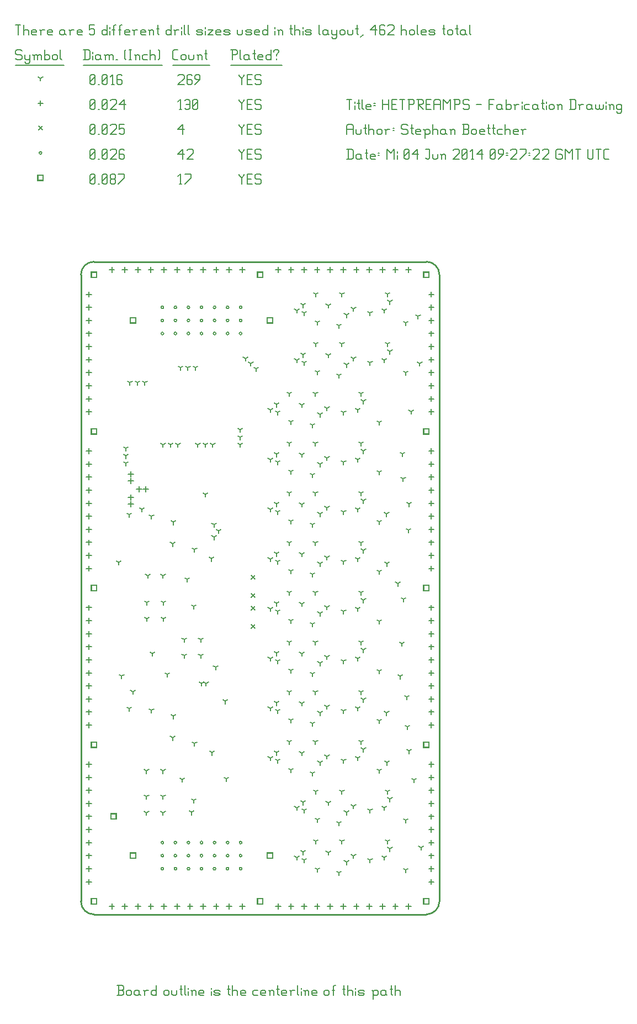
<source format=gbr>
G04 start of page 16 for group -3984 idx -3984 *
G04 Title: HETPREAMPS, fab *
G04 Creator: pcb 1.99z *
G04 CreationDate: Mi 04 Jun 2014 09:27:22 GMT UTC *
G04 For: stephan *
G04 Format: Gerber/RS-274X *
G04 PCB-Dimensions (mil): 2952.76 4724.41 *
G04 PCB-Coordinate-Origin: lower left *
%MOIN*%
%FSLAX25Y25*%
%LNFAB*%
%ADD209C,0.0100*%
%ADD208C,0.0060*%
%ADD207R,0.0080X0.0080*%
G54D207*X69265Y76404D02*X72465D01*
X69265D02*Y73204D01*
X72465D01*
Y76404D02*Y73204D01*
X151943Y76404D02*X155143D01*
X151943D02*Y73204D01*
X155143D01*
Y76404D02*Y73204D01*
X151943Y399238D02*X155143D01*
X151943D02*Y396038D01*
X155143D01*
Y399238D02*Y396038D01*
X69265Y399238D02*X72465D01*
X69265D02*Y396038D01*
X72465D01*
Y399238D02*Y396038D01*
X45644Y48844D02*X48844D01*
X45644D02*Y45644D01*
X48844D01*
Y48844D02*Y45644D01*
X45644Y143332D02*X48844D01*
X45644D02*Y140132D01*
X48844D01*
Y143332D02*Y140132D01*
X45644Y237820D02*X48844D01*
X45644D02*Y234620D01*
X48844D01*
Y237820D02*Y234620D01*
X45644Y332309D02*X48844D01*
X45644D02*Y329109D01*
X48844D01*
Y332309D02*Y329109D01*
X45644Y426797D02*X48844D01*
X45644D02*Y423597D01*
X48844D01*
Y426797D02*Y423597D01*
X246431Y48844D02*X249631D01*
X246431D02*Y45644D01*
X249631D01*
Y48844D02*Y45644D01*
X246431Y143332D02*X249631D01*
X246431D02*Y140132D01*
X249631D01*
Y143332D02*Y140132D01*
X246431Y237820D02*X249631D01*
X246431D02*Y234620D01*
X249631D01*
Y237820D02*Y234620D01*
X246431Y332309D02*X249631D01*
X246431D02*Y329109D01*
X249631D01*
Y332309D02*Y329109D01*
X246431Y426797D02*X249631D01*
X246431D02*Y423597D01*
X249631D01*
Y426797D02*Y423597D01*
X146038Y48844D02*X149238D01*
X146038D02*Y45644D01*
X149238D01*
Y48844D02*Y45644D01*
X146038Y426797D02*X149238D01*
X146038D02*Y423597D01*
X149238D01*
Y426797D02*Y423597D01*
X57455Y100025D02*X60655D01*
X57455D02*Y96825D01*
X60655D01*
Y100025D02*Y96825D01*
X13400Y485291D02*X16600D01*
X13400D02*Y482091D01*
X16600D01*
Y485291D02*Y482091D01*
G54D208*X135000Y485941D02*Y485191D01*
X136500Y483691D01*
X138000Y485191D01*
Y485941D02*Y485191D01*
X136500Y483691D02*Y479941D01*
X139800Y482941D02*X142050D01*
X139800Y479941D02*X142800D01*
X139800Y485941D02*Y479941D01*
Y485941D02*X142800D01*
X147600D02*X148350Y485191D01*
X145350Y485941D02*X147600D01*
X144600Y485191D02*X145350Y485941D01*
X144600Y485191D02*Y483691D01*
X145350Y482941D01*
X147600D01*
X148350Y482191D01*
Y480691D01*
X147600Y479941D02*X148350Y480691D01*
X145350Y479941D02*X147600D01*
X144600Y480691D02*X145350Y479941D01*
X98750D02*X100250D01*
X99500Y485941D02*Y479941D01*
X98000Y484441D02*X99500Y485941D01*
X102050Y479941D02*X105800Y483691D01*
Y485941D02*Y483691D01*
X102050Y485941D02*X105800D01*
X45000Y480691D02*X45750Y479941D01*
X45000Y485191D02*Y480691D01*
Y485191D02*X45750Y485941D01*
X47250D01*
X48000Y485191D01*
Y480691D01*
X47250Y479941D02*X48000Y480691D01*
X45750Y479941D02*X47250D01*
X45000Y481441D02*X48000Y484441D01*
X49800Y479941D02*X50550D01*
X52350Y480691D02*X53100Y479941D01*
X52350Y485191D02*Y480691D01*
Y485191D02*X53100Y485941D01*
X54600D01*
X55350Y485191D01*
Y480691D01*
X54600Y479941D02*X55350Y480691D01*
X53100Y479941D02*X54600D01*
X52350Y481441D02*X55350Y484441D01*
X57150Y480691D02*X57900Y479941D01*
X57150Y482191D02*Y480691D01*
Y482191D02*X57900Y482941D01*
X59400D01*
X60150Y482191D01*
Y480691D01*
X59400Y479941D02*X60150Y480691D01*
X57900Y479941D02*X59400D01*
X57150Y483691D02*X57900Y482941D01*
X57150Y485191D02*Y483691D01*
Y485191D02*X57900Y485941D01*
X59400D01*
X60150Y485191D01*
Y483691D01*
X59400Y482941D02*X60150Y483691D01*
X61950Y479941D02*X65700Y483691D01*
Y485941D02*Y483691D01*
X61950Y485941D02*X65700D01*
X87782Y82678D02*G75*G03X89382Y82678I800J0D01*G01*
G75*G03X87782Y82678I-800J0D01*G01*
X95656D02*G75*G03X97256Y82678I800J0D01*G01*
G75*G03X95656Y82678I-800J0D01*G01*
X103530D02*G75*G03X105130Y82678I800J0D01*G01*
G75*G03X103530Y82678I-800J0D01*G01*
X111404D02*G75*G03X113004Y82678I800J0D01*G01*
G75*G03X111404Y82678I-800J0D01*G01*
X119278D02*G75*G03X120878Y82678I800J0D01*G01*
G75*G03X119278Y82678I-800J0D01*G01*
X127152D02*G75*G03X128752Y82678I800J0D01*G01*
G75*G03X127152Y82678I-800J0D01*G01*
X135026D02*G75*G03X136626Y82678I800J0D01*G01*
G75*G03X135026Y82678I-800J0D01*G01*
Y66930D02*G75*G03X136626Y66930I800J0D01*G01*
G75*G03X135026Y66930I-800J0D01*G01*
X87782Y74804D02*G75*G03X89382Y74804I800J0D01*G01*
G75*G03X87782Y74804I-800J0D01*G01*
X95656D02*G75*G03X97256Y74804I800J0D01*G01*
G75*G03X95656Y74804I-800J0D01*G01*
X103530D02*G75*G03X105130Y74804I800J0D01*G01*
G75*G03X103530Y74804I-800J0D01*G01*
X111404D02*G75*G03X113004Y74804I800J0D01*G01*
G75*G03X111404Y74804I-800J0D01*G01*
X119278D02*G75*G03X120878Y74804I800J0D01*G01*
G75*G03X119278Y74804I-800J0D01*G01*
X127152D02*G75*G03X128752Y74804I800J0D01*G01*
G75*G03X127152Y74804I-800J0D01*G01*
X135026D02*G75*G03X136626Y74804I800J0D01*G01*
G75*G03X135026Y74804I-800J0D01*G01*
X95656Y66930D02*G75*G03X97256Y66930I800J0D01*G01*
G75*G03X95656Y66930I-800J0D01*G01*
X103530D02*G75*G03X105130Y66930I800J0D01*G01*
G75*G03X103530Y66930I-800J0D01*G01*
X111404D02*G75*G03X113004Y66930I800J0D01*G01*
G75*G03X111404Y66930I-800J0D01*G01*
X119278D02*G75*G03X120878Y66930I800J0D01*G01*
G75*G03X119278Y66930I-800J0D01*G01*
X127152D02*G75*G03X128752Y66930I800J0D01*G01*
G75*G03X127152Y66930I-800J0D01*G01*
X87782D02*G75*G03X89382Y66930I800J0D01*G01*
G75*G03X87782Y66930I-800J0D01*G01*
X135026Y389764D02*G75*G03X136626Y389764I800J0D01*G01*
G75*G03X135026Y389764I-800J0D01*G01*
X127152D02*G75*G03X128752Y389764I800J0D01*G01*
G75*G03X127152Y389764I-800J0D01*G01*
X119278D02*G75*G03X120878Y389764I800J0D01*G01*
G75*G03X119278Y389764I-800J0D01*G01*
X111404D02*G75*G03X113004Y389764I800J0D01*G01*
G75*G03X111404Y389764I-800J0D01*G01*
X103530D02*G75*G03X105130Y389764I800J0D01*G01*
G75*G03X103530Y389764I-800J0D01*G01*
X95656D02*G75*G03X97256Y389764I800J0D01*G01*
G75*G03X95656Y389764I-800J0D01*G01*
X87782D02*G75*G03X89382Y389764I800J0D01*G01*
G75*G03X87782Y389764I-800J0D01*G01*
Y405512D02*G75*G03X89382Y405512I800J0D01*G01*
G75*G03X87782Y405512I-800J0D01*G01*
X135026Y397638D02*G75*G03X136626Y397638I800J0D01*G01*
G75*G03X135026Y397638I-800J0D01*G01*
X127152D02*G75*G03X128752Y397638I800J0D01*G01*
G75*G03X127152Y397638I-800J0D01*G01*
X119278D02*G75*G03X120878Y397638I800J0D01*G01*
G75*G03X119278Y397638I-800J0D01*G01*
X111404D02*G75*G03X113004Y397638I800J0D01*G01*
G75*G03X111404Y397638I-800J0D01*G01*
X103530D02*G75*G03X105130Y397638I800J0D01*G01*
G75*G03X103530Y397638I-800J0D01*G01*
X95656D02*G75*G03X97256Y397638I800J0D01*G01*
G75*G03X95656Y397638I-800J0D01*G01*
X87782D02*G75*G03X89382Y397638I800J0D01*G01*
G75*G03X87782Y397638I-800J0D01*G01*
X127152Y405512D02*G75*G03X128752Y405512I800J0D01*G01*
G75*G03X127152Y405512I-800J0D01*G01*
X119278D02*G75*G03X120878Y405512I800J0D01*G01*
G75*G03X119278Y405512I-800J0D01*G01*
X111404D02*G75*G03X113004Y405512I800J0D01*G01*
G75*G03X111404Y405512I-800J0D01*G01*
X103530D02*G75*G03X105130Y405512I800J0D01*G01*
G75*G03X103530Y405512I-800J0D01*G01*
X95656D02*G75*G03X97256Y405512I800J0D01*G01*
G75*G03X95656Y405512I-800J0D01*G01*
X135026D02*G75*G03X136626Y405512I800J0D01*G01*
G75*G03X135026Y405512I-800J0D01*G01*
X14200Y498691D02*G75*G03X15800Y498691I800J0D01*G01*
G75*G03X14200Y498691I-800J0D01*G01*
X135000Y500941D02*Y500191D01*
X136500Y498691D01*
X138000Y500191D01*
Y500941D02*Y500191D01*
X136500Y498691D02*Y494941D01*
X139800Y497941D02*X142050D01*
X139800Y494941D02*X142800D01*
X139800Y500941D02*Y494941D01*
Y500941D02*X142800D01*
X147600D02*X148350Y500191D01*
X145350Y500941D02*X147600D01*
X144600Y500191D02*X145350Y500941D01*
X144600Y500191D02*Y498691D01*
X145350Y497941D01*
X147600D01*
X148350Y497191D01*
Y495691D01*
X147600Y494941D02*X148350Y495691D01*
X145350Y494941D02*X147600D01*
X144600Y495691D02*X145350Y494941D01*
X98000Y497941D02*X101000Y500941D01*
X98000Y497941D02*X101750D01*
X101000Y500941D02*Y494941D01*
X103550Y500191D02*X104300Y500941D01*
X106550D01*
X107300Y500191D01*
Y498691D01*
X103550Y494941D02*X107300Y498691D01*
X103550Y494941D02*X107300D01*
X45000Y495691D02*X45750Y494941D01*
X45000Y500191D02*Y495691D01*
Y500191D02*X45750Y500941D01*
X47250D01*
X48000Y500191D01*
Y495691D01*
X47250Y494941D02*X48000Y495691D01*
X45750Y494941D02*X47250D01*
X45000Y496441D02*X48000Y499441D01*
X49800Y494941D02*X50550D01*
X52350Y495691D02*X53100Y494941D01*
X52350Y500191D02*Y495691D01*
Y500191D02*X53100Y500941D01*
X54600D01*
X55350Y500191D01*
Y495691D01*
X54600Y494941D02*X55350Y495691D01*
X53100Y494941D02*X54600D01*
X52350Y496441D02*X55350Y499441D01*
X57150Y500191D02*X57900Y500941D01*
X60150D01*
X60900Y500191D01*
Y498691D01*
X57150Y494941D02*X60900Y498691D01*
X57150Y494941D02*X60900D01*
X64950Y500941D02*X65700Y500191D01*
X63450Y500941D02*X64950D01*
X62700Y500191D02*X63450Y500941D01*
X62700Y500191D02*Y495691D01*
X63450Y494941D01*
X64950Y497941D02*X65700Y497191D01*
X62700Y497941D02*X64950D01*
X63450Y494941D02*X64950D01*
X65700Y495691D01*
Y497191D02*Y495691D01*
X142300Y214391D02*X144700Y211991D01*
X142300D02*X144700Y214391D01*
X142300Y225391D02*X144700Y222991D01*
X142300D02*X144700Y225391D01*
X142300Y232891D02*X144700Y230491D01*
X142300D02*X144700Y232891D01*
X142300Y243891D02*X144700Y241491D01*
X142300D02*X144700Y243891D01*
X13800Y514891D02*X16200Y512491D01*
X13800D02*X16200Y514891D01*
X135000Y515941D02*Y515191D01*
X136500Y513691D01*
X138000Y515191D01*
Y515941D02*Y515191D01*
X136500Y513691D02*Y509941D01*
X139800Y512941D02*X142050D01*
X139800Y509941D02*X142800D01*
X139800Y515941D02*Y509941D01*
Y515941D02*X142800D01*
X147600D02*X148350Y515191D01*
X145350Y515941D02*X147600D01*
X144600Y515191D02*X145350Y515941D01*
X144600Y515191D02*Y513691D01*
X145350Y512941D01*
X147600D01*
X148350Y512191D01*
Y510691D01*
X147600Y509941D02*X148350Y510691D01*
X145350Y509941D02*X147600D01*
X144600Y510691D02*X145350Y509941D01*
X98000Y512941D02*X101000Y515941D01*
X98000Y512941D02*X101750D01*
X101000Y515941D02*Y509941D01*
X45000Y510691D02*X45750Y509941D01*
X45000Y515191D02*Y510691D01*
Y515191D02*X45750Y515941D01*
X47250D01*
X48000Y515191D01*
Y510691D01*
X47250Y509941D02*X48000Y510691D01*
X45750Y509941D02*X47250D01*
X45000Y511441D02*X48000Y514441D01*
X49800Y509941D02*X50550D01*
X52350Y510691D02*X53100Y509941D01*
X52350Y515191D02*Y510691D01*
Y515191D02*X53100Y515941D01*
X54600D01*
X55350Y515191D01*
Y510691D01*
X54600Y509941D02*X55350Y510691D01*
X53100Y509941D02*X54600D01*
X52350Y511441D02*X55350Y514441D01*
X57150Y515191D02*X57900Y515941D01*
X60150D01*
X60900Y515191D01*
Y513691D01*
X57150Y509941D02*X60900Y513691D01*
X57150Y509941D02*X60900D01*
X62700Y515941D02*X65700D01*
X62700D02*Y512941D01*
X63450Y513691D01*
X64950D01*
X65700Y512941D01*
Y510691D01*
X64950Y509941D02*X65700Y510691D01*
X63450Y509941D02*X64950D01*
X62700Y510691D02*X63450Y509941D01*
X58071Y429750D02*Y426550D01*
X56471Y428150D02*X59671D01*
X65945Y429750D02*Y426550D01*
X64345Y428150D02*X67545D01*
X73819Y429750D02*Y426550D01*
X72219Y428150D02*X75419D01*
X81693Y429750D02*Y426550D01*
X80093Y428150D02*X83293D01*
X89567Y429750D02*Y426550D01*
X87967Y428150D02*X91167D01*
X97441Y429750D02*Y426550D01*
X95841Y428150D02*X99041D01*
X105315Y429750D02*Y426550D01*
X103715Y428150D02*X106915D01*
X113189Y429750D02*Y426550D01*
X111589Y428150D02*X114789D01*
X121063Y429750D02*Y426550D01*
X119463Y428150D02*X122663D01*
X128937Y429750D02*Y426550D01*
X127337Y428150D02*X130537D01*
X136811Y429750D02*Y426550D01*
X135211Y428150D02*X138411D01*
X158465Y429750D02*Y426550D01*
X156865Y428150D02*X160065D01*
X166339Y429750D02*Y426550D01*
X164739Y428150D02*X167939D01*
X174213Y429750D02*Y426550D01*
X172613Y428150D02*X175813D01*
X182087Y429750D02*Y426550D01*
X180487Y428150D02*X183687D01*
X189961Y429750D02*Y426550D01*
X188361Y428150D02*X191561D01*
X197835Y429750D02*Y426550D01*
X196235Y428150D02*X199435D01*
X205709Y429750D02*Y426550D01*
X204109Y428150D02*X207309D01*
X213583Y429750D02*Y426550D01*
X211983Y428150D02*X215183D01*
X221457Y429750D02*Y426550D01*
X219857Y428150D02*X223057D01*
X229331Y429750D02*Y426550D01*
X227731Y428150D02*X230931D01*
X237205Y429750D02*Y426550D01*
X235605Y428150D02*X238805D01*
X58071Y45891D02*Y42691D01*
X56471Y44291D02*X59671D01*
X65945Y45891D02*Y42691D01*
X64345Y44291D02*X67545D01*
X73819Y45891D02*Y42691D01*
X72219Y44291D02*X75419D01*
X81693Y45891D02*Y42691D01*
X80093Y44291D02*X83293D01*
X89567Y45891D02*Y42691D01*
X87967Y44291D02*X91167D01*
X97441Y45891D02*Y42691D01*
X95841Y44291D02*X99041D01*
X105315Y45891D02*Y42691D01*
X103715Y44291D02*X106915D01*
X113189Y45891D02*Y42691D01*
X111589Y44291D02*X114789D01*
X121063Y45891D02*Y42691D01*
X119463Y44291D02*X122663D01*
X128937Y45891D02*Y42691D01*
X127337Y44291D02*X130537D01*
X136811Y45891D02*Y42691D01*
X135211Y44291D02*X138411D01*
X158465Y45891D02*Y42691D01*
X156865Y44291D02*X160065D01*
X166339Y45891D02*Y42691D01*
X164739Y44291D02*X167939D01*
X174213Y45891D02*Y42691D01*
X172613Y44291D02*X175813D01*
X182087Y45891D02*Y42691D01*
X180487Y44291D02*X183687D01*
X189961Y45891D02*Y42691D01*
X188361Y44291D02*X191561D01*
X197835Y45891D02*Y42691D01*
X196235Y44291D02*X199435D01*
X205709Y45891D02*Y42691D01*
X204109Y44291D02*X207309D01*
X213583Y45891D02*Y42691D01*
X211983Y44291D02*X215183D01*
X221457Y45891D02*Y42691D01*
X219857Y44291D02*X223057D01*
X229331Y45891D02*Y42691D01*
X227731Y44291D02*X230931D01*
X237205Y45891D02*Y42691D01*
X235605Y44291D02*X238805D01*
X250984Y60655D02*Y57455D01*
X249384Y59055D02*X252584D01*
X250984Y68529D02*Y65329D01*
X249384Y66929D02*X252584D01*
X250984Y76403D02*Y73203D01*
X249384Y74803D02*X252584D01*
X250984Y84277D02*Y81077D01*
X249384Y82677D02*X252584D01*
X250984Y92151D02*Y88951D01*
X249384Y90551D02*X252584D01*
X250984Y100025D02*Y96825D01*
X249384Y98425D02*X252584D01*
X250984Y107899D02*Y104699D01*
X249384Y106299D02*X252584D01*
X250984Y115773D02*Y112573D01*
X249384Y114173D02*X252584D01*
X250984Y123647D02*Y120447D01*
X249384Y122047D02*X252584D01*
X250984Y131521D02*Y128321D01*
X249384Y129921D02*X252584D01*
X250984Y155143D02*Y151943D01*
X249384Y153543D02*X252584D01*
X250984Y163017D02*Y159817D01*
X249384Y161417D02*X252584D01*
X250984Y170891D02*Y167691D01*
X249384Y169291D02*X252584D01*
X250984Y178765D02*Y175565D01*
X249384Y177165D02*X252584D01*
X250984Y186639D02*Y183439D01*
X249384Y185039D02*X252584D01*
X250984Y194513D02*Y191313D01*
X249384Y192913D02*X252584D01*
X250984Y202387D02*Y199187D01*
X249384Y200787D02*X252584D01*
X250984Y210261D02*Y207061D01*
X249384Y208661D02*X252584D01*
X250984Y218135D02*Y214935D01*
X249384Y216535D02*X252584D01*
X250984Y226009D02*Y222809D01*
X249384Y224409D02*X252584D01*
X250984Y249631D02*Y246431D01*
X249384Y248031D02*X252584D01*
X250984Y257506D02*Y254306D01*
X249384Y255906D02*X252584D01*
X250984Y265380D02*Y262180D01*
X249384Y263780D02*X252584D01*
X250984Y273254D02*Y270054D01*
X249384Y271654D02*X252584D01*
X250984Y281128D02*Y277928D01*
X249384Y279528D02*X252584D01*
X250984Y289002D02*Y285802D01*
X249384Y287402D02*X252584D01*
X250984Y296876D02*Y293676D01*
X249384Y295276D02*X252584D01*
X250984Y304750D02*Y301550D01*
X249384Y303150D02*X252584D01*
X250984Y312624D02*Y309424D01*
X249384Y311024D02*X252584D01*
X250984Y320498D02*Y317298D01*
X249384Y318898D02*X252584D01*
X250984Y344120D02*Y340920D01*
X249384Y342520D02*X252584D01*
X250984Y351994D02*Y348794D01*
X249384Y350394D02*X252584D01*
X250984Y359868D02*Y356668D01*
X249384Y358268D02*X252584D01*
X250984Y367742D02*Y364542D01*
X249384Y366142D02*X252584D01*
X250984Y375616D02*Y372416D01*
X249384Y374016D02*X252584D01*
X250984Y383490D02*Y380290D01*
X249384Y381890D02*X252584D01*
X250984Y391364D02*Y388164D01*
X249384Y389764D02*X252584D01*
X250984Y399238D02*Y396038D01*
X249384Y397638D02*X252584D01*
X250984Y407112D02*Y403912D01*
X249384Y405512D02*X252584D01*
X250984Y414986D02*Y411786D01*
X249384Y413386D02*X252584D01*
X44291Y60655D02*Y57455D01*
X42691Y59055D02*X45891D01*
X44291Y68529D02*Y65329D01*
X42691Y66929D02*X45891D01*
X44291Y76403D02*Y73203D01*
X42691Y74803D02*X45891D01*
X44291Y84277D02*Y81077D01*
X42691Y82677D02*X45891D01*
X44291Y92151D02*Y88951D01*
X42691Y90551D02*X45891D01*
X44291Y100025D02*Y96825D01*
X42691Y98425D02*X45891D01*
X44291Y107899D02*Y104699D01*
X42691Y106299D02*X45891D01*
X44291Y115773D02*Y112573D01*
X42691Y114173D02*X45891D01*
X44291Y123647D02*Y120447D01*
X42691Y122047D02*X45891D01*
X44291Y131521D02*Y128321D01*
X42691Y129921D02*X45891D01*
X44291Y155143D02*Y151943D01*
X42691Y153543D02*X45891D01*
X44291Y163017D02*Y159817D01*
X42691Y161417D02*X45891D01*
X44291Y170891D02*Y167691D01*
X42691Y169291D02*X45891D01*
X44291Y178765D02*Y175565D01*
X42691Y177165D02*X45891D01*
X44291Y186639D02*Y183439D01*
X42691Y185039D02*X45891D01*
X44291Y194513D02*Y191313D01*
X42691Y192913D02*X45891D01*
X44291Y202387D02*Y199187D01*
X42691Y200787D02*X45891D01*
X44291Y210261D02*Y207061D01*
X42691Y208661D02*X45891D01*
X44291Y218135D02*Y214935D01*
X42691Y216535D02*X45891D01*
X44291Y226009D02*Y222809D01*
X42691Y224409D02*X45891D01*
X44291Y249631D02*Y246431D01*
X42691Y248031D02*X45891D01*
X44291Y257506D02*Y254306D01*
X42691Y255906D02*X45891D01*
X44291Y265380D02*Y262180D01*
X42691Y263780D02*X45891D01*
X44291Y273254D02*Y270054D01*
X42691Y271654D02*X45891D01*
X44291Y281128D02*Y277928D01*
X42691Y279528D02*X45891D01*
X44291Y289002D02*Y285802D01*
X42691Y287402D02*X45891D01*
X44291Y296876D02*Y293676D01*
X42691Y295276D02*X45891D01*
X44291Y304750D02*Y301550D01*
X42691Y303150D02*X45891D01*
X44291Y312624D02*Y309424D01*
X42691Y311024D02*X45891D01*
X44291Y320498D02*Y317298D01*
X42691Y318898D02*X45891D01*
X44291Y344120D02*Y340920D01*
X42691Y342520D02*X45891D01*
X44291Y351994D02*Y348794D01*
X42691Y350394D02*X45891D01*
X44291Y359868D02*Y356668D01*
X42691Y358268D02*X45891D01*
X44291Y367742D02*Y364542D01*
X42691Y366142D02*X45891D01*
X44291Y375616D02*Y372416D01*
X42691Y374016D02*X45891D01*
X44291Y383490D02*Y380290D01*
X42691Y381890D02*X45891D01*
X44291Y391364D02*Y388164D01*
X42691Y389764D02*X45891D01*
X44291Y399238D02*Y396038D01*
X42691Y397638D02*X45891D01*
X44291Y407112D02*Y403912D01*
X42691Y405512D02*X45891D01*
X44291Y414986D02*Y411786D01*
X42691Y413386D02*X45891D01*
X69500Y292541D02*Y289341D01*
X67900Y290941D02*X71100D01*
X74500Y297541D02*Y294341D01*
X72900Y295941D02*X76100D01*
X69500Y302541D02*Y299341D01*
X67900Y300941D02*X71100D01*
X69500Y288541D02*Y285341D01*
X67900Y286941D02*X71100D01*
X69500Y306541D02*Y303341D01*
X67900Y304941D02*X71100D01*
X78500Y297541D02*Y294341D01*
X76900Y295941D02*X80100D01*
X15000Y530291D02*Y527091D01*
X13400Y528691D02*X16600D01*
X135000Y530941D02*Y530191D01*
X136500Y528691D01*
X138000Y530191D01*
Y530941D02*Y530191D01*
X136500Y528691D02*Y524941D01*
X139800Y527941D02*X142050D01*
X139800Y524941D02*X142800D01*
X139800Y530941D02*Y524941D01*
Y530941D02*X142800D01*
X147600D02*X148350Y530191D01*
X145350Y530941D02*X147600D01*
X144600Y530191D02*X145350Y530941D01*
X144600Y530191D02*Y528691D01*
X145350Y527941D01*
X147600D01*
X148350Y527191D01*
Y525691D01*
X147600Y524941D02*X148350Y525691D01*
X145350Y524941D02*X147600D01*
X144600Y525691D02*X145350Y524941D01*
X98750D02*X100250D01*
X99500Y530941D02*Y524941D01*
X98000Y529441D02*X99500Y530941D01*
X102050Y530191D02*X102800Y530941D01*
X104300D01*
X105050Y530191D01*
Y525691D01*
X104300Y524941D02*X105050Y525691D01*
X102800Y524941D02*X104300D01*
X102050Y525691D02*X102800Y524941D01*
Y527941D02*X105050D01*
X106850Y525691D02*X107600Y524941D01*
X106850Y530191D02*Y525691D01*
Y530191D02*X107600Y530941D01*
X109100D01*
X109850Y530191D01*
Y525691D01*
X109100Y524941D02*X109850Y525691D01*
X107600Y524941D02*X109100D01*
X106850Y526441D02*X109850Y529441D01*
X45000Y525691D02*X45750Y524941D01*
X45000Y530191D02*Y525691D01*
Y530191D02*X45750Y530941D01*
X47250D01*
X48000Y530191D01*
Y525691D01*
X47250Y524941D02*X48000Y525691D01*
X45750Y524941D02*X47250D01*
X45000Y526441D02*X48000Y529441D01*
X49800Y524941D02*X50550D01*
X52350Y525691D02*X53100Y524941D01*
X52350Y530191D02*Y525691D01*
Y530191D02*X53100Y530941D01*
X54600D01*
X55350Y530191D01*
Y525691D01*
X54600Y524941D02*X55350Y525691D01*
X53100Y524941D02*X54600D01*
X52350Y526441D02*X55350Y529441D01*
X57150Y530191D02*X57900Y530941D01*
X60150D01*
X60900Y530191D01*
Y528691D01*
X57150Y524941D02*X60900Y528691D01*
X57150Y524941D02*X60900D01*
X62700Y527941D02*X65700Y530941D01*
X62700Y527941D02*X66450D01*
X65700Y530941D02*Y524941D01*
X224000Y280941D02*Y279341D01*
Y280941D02*X225387Y281741D01*
X224000Y280941D02*X222613Y281741D01*
X224250Y250941D02*Y249341D01*
Y250941D02*X225637Y251741D01*
X224250Y250941D02*X222863Y251741D01*
X224250Y130941D02*Y129341D01*
Y130941D02*X225637Y131741D01*
X224250Y130941D02*X222863Y131741D01*
X224000Y160941D02*Y159341D01*
Y160941D02*X225387Y161741D01*
X224000Y160941D02*X222613Y161741D01*
X243000Y400191D02*Y398591D01*
Y400191D02*X244387Y400991D01*
X243000Y400191D02*X241613Y400991D01*
X244000Y371691D02*Y370091D01*
Y371691D02*X245387Y372491D01*
X244000Y371691D02*X242613Y372491D01*
X238750Y342691D02*Y341091D01*
Y342691D02*X240137Y343491D01*
X238750Y342691D02*X237363Y343491D01*
X233500Y317191D02*Y315591D01*
Y317191D02*X234887Y317991D01*
X233500Y317191D02*X232113Y317991D01*
X234000Y302191D02*Y300591D01*
Y302191D02*X235387Y302991D01*
X234000Y302191D02*X232613Y302991D01*
X237500Y286941D02*Y285341D01*
Y286941D02*X238887Y287741D01*
X237500Y286941D02*X236113Y287741D01*
X237250Y271191D02*Y269591D01*
Y271191D02*X238637Y271991D01*
X237250Y271191D02*X235863Y271991D01*
X230750Y238941D02*Y237341D01*
Y238941D02*X232137Y239741D01*
X230750Y238941D02*X229363Y239741D01*
X234250Y229441D02*Y227841D01*
Y229441D02*X235637Y230241D01*
X234250Y229441D02*X232863Y230241D01*
X233250Y202691D02*Y201091D01*
Y202691D02*X234637Y203491D01*
X233250Y202691D02*X231863Y203491D01*
X232250Y182941D02*Y181341D01*
Y182941D02*X233637Y183741D01*
X232250Y182941D02*X230863Y183741D01*
X236250Y170441D02*Y168841D01*
Y170441D02*X237637Y171241D01*
X236250Y170441D02*X234863Y171241D01*
X236500Y152441D02*Y150841D01*
Y152441D02*X237887Y153241D01*
X236500Y152441D02*X235113Y153241D01*
X237500Y137941D02*Y136341D01*
Y137941D02*X238887Y138741D01*
X237500Y137941D02*X236113Y138741D01*
X240500Y120441D02*Y118841D01*
Y120441D02*X241887Y121241D01*
X240500Y120441D02*X239113Y121241D01*
X244750Y79691D02*Y78091D01*
Y79691D02*X246137Y80491D01*
X244750Y79691D02*X243363Y80491D01*
X199750Y70941D02*Y69341D01*
Y70941D02*X201137Y71741D01*
X199750Y70941D02*X198363Y71741D01*
X182250Y66441D02*Y64841D01*
Y66441D02*X183637Y67241D01*
X182250Y66441D02*X180863Y67241D01*
X222500Y73691D02*Y72091D01*
Y73691D02*X223887Y74491D01*
X222500Y73691D02*X221113Y74491D01*
X226000Y78941D02*Y77341D01*
Y78941D02*X227387Y79741D01*
X226000Y78941D02*X224613Y79741D01*
X188750Y76691D02*Y75091D01*
Y76691D02*X190137Y77491D01*
X188750Y76691D02*X187363Y77491D01*
X181250Y83441D02*Y81841D01*
Y83441D02*X182637Y84241D01*
X181250Y83441D02*X179863Y84241D01*
X195250Y64441D02*Y62841D01*
Y64441D02*X196637Y65241D01*
X195250Y64441D02*X193863Y65241D01*
X224500Y83441D02*Y81841D01*
Y83441D02*X225887Y84241D01*
X224500Y83441D02*X223113Y84241D01*
X214000Y72191D02*Y70591D01*
Y72191D02*X215387Y72991D01*
X214000Y72191D02*X212613Y72991D01*
X204000Y74691D02*Y73091D01*
Y74691D02*X205387Y75491D01*
X204000Y74691D02*X202613Y75491D01*
X173500Y76941D02*Y75341D01*
Y76941D02*X174887Y77741D01*
X173500Y76941D02*X172113Y77741D01*
X235500Y66191D02*Y64591D01*
Y66191D02*X236887Y66991D01*
X235500Y66191D02*X234113Y66991D01*
X197000Y83441D02*Y81841D01*
Y83441D02*X198387Y84241D01*
X197000Y83441D02*X195613Y84241D01*
X174250Y72191D02*Y70591D01*
Y72191D02*X175637Y72991D01*
X174250Y72191D02*X172863Y72991D01*
X169750Y73691D02*Y72091D01*
Y73691D02*X171137Y74491D01*
X169750Y73691D02*X168363Y74491D01*
X169750Y103691D02*Y102091D01*
Y103691D02*X171137Y104491D01*
X169750Y103691D02*X168363Y104491D01*
X174250Y102191D02*Y100591D01*
Y102191D02*X175637Y102991D01*
X174250Y102191D02*X172863Y102991D01*
X197000Y113441D02*Y111841D01*
Y113441D02*X198387Y114241D01*
X197000Y113441D02*X195613Y114241D01*
X235500Y96191D02*Y94591D01*
Y96191D02*X236887Y96991D01*
X235500Y96191D02*X234113Y96991D01*
X173500Y106941D02*Y105341D01*
Y106941D02*X174887Y107741D01*
X173500Y106941D02*X172113Y107741D01*
X204000Y104691D02*Y103091D01*
Y104691D02*X205387Y105491D01*
X204000Y104691D02*X202613Y105491D01*
X214000Y102191D02*Y100591D01*
Y102191D02*X215387Y102991D01*
X214000Y102191D02*X212613Y102991D01*
X224500Y113441D02*Y111841D01*
Y113441D02*X225887Y114241D01*
X224500Y113441D02*X223113Y114241D01*
X195250Y94441D02*Y92841D01*
Y94441D02*X196637Y95241D01*
X195250Y94441D02*X193863Y95241D01*
X181250Y113441D02*Y111841D01*
Y113441D02*X182637Y114241D01*
X181250Y113441D02*X179863Y114241D01*
X188750Y106691D02*Y105091D01*
Y106691D02*X190137Y107491D01*
X188750Y106691D02*X187363Y107491D01*
X226000Y108941D02*Y107341D01*
Y108941D02*X227387Y109741D01*
X226000Y108941D02*X224613Y109741D01*
X222500Y103691D02*Y102091D01*
Y103691D02*X223887Y104491D01*
X222500Y103691D02*X221113Y104491D01*
X182250Y96441D02*Y94841D01*
Y96441D02*X183637Y97241D01*
X182250Y96441D02*X180863Y97241D01*
X199750Y100941D02*Y99341D01*
Y100941D02*X201137Y101741D01*
X199750Y100941D02*X198363Y101741D01*
X153750Y133691D02*Y132091D01*
Y133691D02*X155137Y134491D01*
X153750Y133691D02*X152363Y134491D01*
X158250Y132191D02*Y130591D01*
Y132191D02*X159637Y132991D01*
X158250Y132191D02*X156863Y132991D01*
X181000Y143441D02*Y141841D01*
Y143441D02*X182387Y144241D01*
X181000Y143441D02*X179613Y144241D01*
X219500Y126191D02*Y124591D01*
Y126191D02*X220887Y126991D01*
X219500Y126191D02*X218113Y126991D01*
X157500Y136941D02*Y135341D01*
Y136941D02*X158887Y137741D01*
X157500Y136941D02*X156113Y137741D01*
X188000Y134691D02*Y133091D01*
Y134691D02*X189387Y135491D01*
X188000Y134691D02*X186613Y135491D01*
X198000Y132191D02*Y130591D01*
Y132191D02*X199387Y132991D01*
X198000Y132191D02*X196613Y132991D01*
X208500Y143441D02*Y141841D01*
Y143441D02*X209887Y144241D01*
X208500Y143441D02*X207113Y144241D01*
X179250Y124441D02*Y122841D01*
Y124441D02*X180637Y125241D01*
X179250Y124441D02*X177863Y125241D01*
X165250Y143441D02*Y141841D01*
Y143441D02*X166637Y144241D01*
X165250Y143441D02*X163863Y144241D01*
X172750Y136691D02*Y135091D01*
Y136691D02*X174137Y137491D01*
X172750Y136691D02*X171363Y137491D01*
X210000Y138941D02*Y137341D01*
Y138941D02*X211387Y139741D01*
X210000Y138941D02*X208613Y139741D01*
X206500Y133691D02*Y132091D01*
Y133691D02*X207887Y134491D01*
X206500Y133691D02*X205113Y134491D01*
X166250Y126441D02*Y124841D01*
Y126441D02*X167637Y127241D01*
X166250Y126441D02*X164863Y127241D01*
X183750Y130941D02*Y129341D01*
Y130941D02*X185137Y131741D01*
X183750Y130941D02*X182363Y131741D01*
X153750Y163691D02*Y162091D01*
Y163691D02*X155137Y164491D01*
X153750Y163691D02*X152363Y164491D01*
X158250Y162191D02*Y160591D01*
Y162191D02*X159637Y162991D01*
X158250Y162191D02*X156863Y162991D01*
X181000Y173441D02*Y171841D01*
Y173441D02*X182387Y174241D01*
X181000Y173441D02*X179613Y174241D01*
X219500Y156191D02*Y154591D01*
Y156191D02*X220887Y156991D01*
X219500Y156191D02*X218113Y156991D01*
X157500Y166941D02*Y165341D01*
Y166941D02*X158887Y167741D01*
X157500Y166941D02*X156113Y167741D01*
X188000Y164691D02*Y163091D01*
Y164691D02*X189387Y165491D01*
X188000Y164691D02*X186613Y165491D01*
X198000Y162191D02*Y160591D01*
Y162191D02*X199387Y162991D01*
X198000Y162191D02*X196613Y162991D01*
X208500Y173441D02*Y171841D01*
Y173441D02*X209887Y174241D01*
X208500Y173441D02*X207113Y174241D01*
X179250Y154441D02*Y152841D01*
Y154441D02*X180637Y155241D01*
X179250Y154441D02*X177863Y155241D01*
X165250Y173441D02*Y171841D01*
Y173441D02*X166637Y174241D01*
X165250Y173441D02*X163863Y174241D01*
X172750Y166691D02*Y165091D01*
Y166691D02*X174137Y167491D01*
X172750Y166691D02*X171363Y167491D01*
X210000Y168941D02*Y167341D01*
Y168941D02*X211387Y169741D01*
X210000Y168941D02*X208613Y169741D01*
X206500Y163691D02*Y162091D01*
Y163691D02*X207887Y164491D01*
X206500Y163691D02*X205113Y164491D01*
X166250Y156441D02*Y154841D01*
Y156441D02*X167637Y157241D01*
X166250Y156441D02*X164863Y157241D01*
X183750Y160941D02*Y159341D01*
Y160941D02*X185137Y161741D01*
X183750Y160941D02*X182363Y161741D01*
X153750Y193691D02*Y192091D01*
Y193691D02*X155137Y194491D01*
X153750Y193691D02*X152363Y194491D01*
X158250Y192191D02*Y190591D01*
Y192191D02*X159637Y192991D01*
X158250Y192191D02*X156863Y192991D01*
X181000Y203441D02*Y201841D01*
Y203441D02*X182387Y204241D01*
X181000Y203441D02*X179613Y204241D01*
X219500Y186191D02*Y184591D01*
Y186191D02*X220887Y186991D01*
X219500Y186191D02*X218113Y186991D01*
X157500Y196941D02*Y195341D01*
Y196941D02*X158887Y197741D01*
X157500Y196941D02*X156113Y197741D01*
X188000Y194691D02*Y193091D01*
Y194691D02*X189387Y195491D01*
X188000Y194691D02*X186613Y195491D01*
X198000Y192191D02*Y190591D01*
Y192191D02*X199387Y192991D01*
X198000Y192191D02*X196613Y192991D01*
X208500Y203441D02*Y201841D01*
Y203441D02*X209887Y204241D01*
X208500Y203441D02*X207113Y204241D01*
X179250Y184441D02*Y182841D01*
Y184441D02*X180637Y185241D01*
X179250Y184441D02*X177863Y185241D01*
X165250Y203441D02*Y201841D01*
Y203441D02*X166637Y204241D01*
X165250Y203441D02*X163863Y204241D01*
X172750Y196691D02*Y195091D01*
Y196691D02*X174137Y197491D01*
X172750Y196691D02*X171363Y197491D01*
X210000Y198941D02*Y197341D01*
Y198941D02*X211387Y199741D01*
X210000Y198941D02*X208613Y199741D01*
X206500Y193691D02*Y192091D01*
Y193691D02*X207887Y194491D01*
X206500Y193691D02*X205113Y194491D01*
X166250Y186441D02*Y184841D01*
Y186441D02*X167637Y187241D01*
X166250Y186441D02*X164863Y187241D01*
X183750Y190941D02*Y189341D01*
Y190941D02*X185137Y191741D01*
X183750Y190941D02*X182363Y191741D01*
X153750Y223691D02*Y222091D01*
Y223691D02*X155137Y224491D01*
X153750Y223691D02*X152363Y224491D01*
X158250Y222191D02*Y220591D01*
Y222191D02*X159637Y222991D01*
X158250Y222191D02*X156863Y222991D01*
X181000Y233441D02*Y231841D01*
Y233441D02*X182387Y234241D01*
X181000Y233441D02*X179613Y234241D01*
X219500Y216191D02*Y214591D01*
Y216191D02*X220887Y216991D01*
X219500Y216191D02*X218113Y216991D01*
X157500Y226941D02*Y225341D01*
Y226941D02*X158887Y227741D01*
X157500Y226941D02*X156113Y227741D01*
X188000Y224691D02*Y223091D01*
Y224691D02*X189387Y225491D01*
X188000Y224691D02*X186613Y225491D01*
X198000Y222191D02*Y220591D01*
Y222191D02*X199387Y222991D01*
X198000Y222191D02*X196613Y222991D01*
X208500Y233441D02*Y231841D01*
Y233441D02*X209887Y234241D01*
X208500Y233441D02*X207113Y234241D01*
X179250Y214441D02*Y212841D01*
Y214441D02*X180637Y215241D01*
X179250Y214441D02*X177863Y215241D01*
X165250Y233441D02*Y231841D01*
Y233441D02*X166637Y234241D01*
X165250Y233441D02*X163863Y234241D01*
X172750Y226691D02*Y225091D01*
Y226691D02*X174137Y227491D01*
X172750Y226691D02*X171363Y227491D01*
X210000Y228941D02*Y227341D01*
Y228941D02*X211387Y229741D01*
X210000Y228941D02*X208613Y229741D01*
X206500Y223691D02*Y222091D01*
Y223691D02*X207887Y224491D01*
X206500Y223691D02*X205113Y224491D01*
X166250Y216441D02*Y214841D01*
Y216441D02*X167637Y217241D01*
X166250Y216441D02*X164863Y217241D01*
X183750Y220941D02*Y219341D01*
Y220941D02*X185137Y221741D01*
X183750Y220941D02*X182363Y221741D01*
X153750Y253691D02*Y252091D01*
Y253691D02*X155137Y254491D01*
X153750Y253691D02*X152363Y254491D01*
X158250Y252191D02*Y250591D01*
Y252191D02*X159637Y252991D01*
X158250Y252191D02*X156863Y252991D01*
X181000Y263441D02*Y261841D01*
Y263441D02*X182387Y264241D01*
X181000Y263441D02*X179613Y264241D01*
X219500Y246191D02*Y244591D01*
Y246191D02*X220887Y246991D01*
X219500Y246191D02*X218113Y246991D01*
X157500Y256941D02*Y255341D01*
Y256941D02*X158887Y257741D01*
X157500Y256941D02*X156113Y257741D01*
X188000Y254691D02*Y253091D01*
Y254691D02*X189387Y255491D01*
X188000Y254691D02*X186613Y255491D01*
X198000Y252191D02*Y250591D01*
Y252191D02*X199387Y252991D01*
X198000Y252191D02*X196613Y252991D01*
X208500Y263441D02*Y261841D01*
Y263441D02*X209887Y264241D01*
X208500Y263441D02*X207113Y264241D01*
X179250Y244441D02*Y242841D01*
Y244441D02*X180637Y245241D01*
X179250Y244441D02*X177863Y245241D01*
X165250Y263441D02*Y261841D01*
Y263441D02*X166637Y264241D01*
X165250Y263441D02*X163863Y264241D01*
X172750Y256691D02*Y255091D01*
Y256691D02*X174137Y257491D01*
X172750Y256691D02*X171363Y257491D01*
X210000Y258941D02*Y257341D01*
Y258941D02*X211387Y259741D01*
X210000Y258941D02*X208613Y259741D01*
X206500Y253691D02*Y252091D01*
Y253691D02*X207887Y254491D01*
X206500Y253691D02*X205113Y254491D01*
X166250Y246441D02*Y244841D01*
Y246441D02*X167637Y247241D01*
X166250Y246441D02*X164863Y247241D01*
X183750Y250941D02*Y249341D01*
Y250941D02*X185137Y251741D01*
X183750Y250941D02*X182363Y251741D01*
X153750Y283691D02*Y282091D01*
Y283691D02*X155137Y284491D01*
X153750Y283691D02*X152363Y284491D01*
X158250Y282191D02*Y280591D01*
Y282191D02*X159637Y282991D01*
X158250Y282191D02*X156863Y282991D01*
X181000Y293441D02*Y291841D01*
Y293441D02*X182387Y294241D01*
X181000Y293441D02*X179613Y294241D01*
X219500Y276191D02*Y274591D01*
Y276191D02*X220887Y276991D01*
X219500Y276191D02*X218113Y276991D01*
X157500Y286941D02*Y285341D01*
Y286941D02*X158887Y287741D01*
X157500Y286941D02*X156113Y287741D01*
X188000Y284691D02*Y283091D01*
Y284691D02*X189387Y285491D01*
X188000Y284691D02*X186613Y285491D01*
X198000Y282191D02*Y280591D01*
Y282191D02*X199387Y282991D01*
X198000Y282191D02*X196613Y282991D01*
X208500Y293441D02*Y291841D01*
Y293441D02*X209887Y294241D01*
X208500Y293441D02*X207113Y294241D01*
X179250Y274441D02*Y272841D01*
Y274441D02*X180637Y275241D01*
X179250Y274441D02*X177863Y275241D01*
X165250Y293441D02*Y291841D01*
Y293441D02*X166637Y294241D01*
X165250Y293441D02*X163863Y294241D01*
X172750Y286691D02*Y285091D01*
Y286691D02*X174137Y287491D01*
X172750Y286691D02*X171363Y287491D01*
X210000Y288941D02*Y287341D01*
Y288941D02*X211387Y289741D01*
X210000Y288941D02*X208613Y289741D01*
X206500Y283691D02*Y282091D01*
Y283691D02*X207887Y284491D01*
X206500Y283691D02*X205113Y284491D01*
X166250Y276441D02*Y274841D01*
Y276441D02*X167637Y277241D01*
X166250Y276441D02*X164863Y277241D01*
X183750Y280941D02*Y279341D01*
Y280941D02*X185137Y281741D01*
X183750Y280941D02*X182363Y281741D01*
X153750Y313691D02*Y312091D01*
Y313691D02*X155137Y314491D01*
X153750Y313691D02*X152363Y314491D01*
X158250Y312191D02*Y310591D01*
Y312191D02*X159637Y312991D01*
X158250Y312191D02*X156863Y312991D01*
X181000Y323441D02*Y321841D01*
Y323441D02*X182387Y324241D01*
X181000Y323441D02*X179613Y324241D01*
X219500Y306191D02*Y304591D01*
Y306191D02*X220887Y306991D01*
X219500Y306191D02*X218113Y306991D01*
X157500Y316941D02*Y315341D01*
Y316941D02*X158887Y317741D01*
X157500Y316941D02*X156113Y317741D01*
X188000Y314691D02*Y313091D01*
Y314691D02*X189387Y315491D01*
X188000Y314691D02*X186613Y315491D01*
X198000Y312191D02*Y310591D01*
Y312191D02*X199387Y312991D01*
X198000Y312191D02*X196613Y312991D01*
X208500Y323441D02*Y321841D01*
Y323441D02*X209887Y324241D01*
X208500Y323441D02*X207113Y324241D01*
X179250Y304441D02*Y302841D01*
Y304441D02*X180637Y305241D01*
X179250Y304441D02*X177863Y305241D01*
X165250Y323441D02*Y321841D01*
Y323441D02*X166637Y324241D01*
X165250Y323441D02*X163863Y324241D01*
X172750Y316691D02*Y315091D01*
Y316691D02*X174137Y317491D01*
X172750Y316691D02*X171363Y317491D01*
X210000Y318941D02*Y317341D01*
Y318941D02*X211387Y319741D01*
X210000Y318941D02*X208613Y319741D01*
X206500Y313691D02*Y312091D01*
Y313691D02*X207887Y314491D01*
X206500Y313691D02*X205113Y314491D01*
X166250Y306441D02*Y304841D01*
Y306441D02*X167637Y307241D01*
X166250Y306441D02*X164863Y307241D01*
X183750Y310941D02*Y309341D01*
Y310941D02*X185137Y311741D01*
X183750Y310941D02*X182363Y311741D01*
X153750Y343691D02*Y342091D01*
Y343691D02*X155137Y344491D01*
X153750Y343691D02*X152363Y344491D01*
X158250Y342191D02*Y340591D01*
Y342191D02*X159637Y342991D01*
X158250Y342191D02*X156863Y342991D01*
X181000Y353441D02*Y351841D01*
Y353441D02*X182387Y354241D01*
X181000Y353441D02*X179613Y354241D01*
X219500Y336191D02*Y334591D01*
Y336191D02*X220887Y336991D01*
X219500Y336191D02*X218113Y336991D01*
X157500Y346941D02*Y345341D01*
Y346941D02*X158887Y347741D01*
X157500Y346941D02*X156113Y347741D01*
X188000Y344691D02*Y343091D01*
Y344691D02*X189387Y345491D01*
X188000Y344691D02*X186613Y345491D01*
X198000Y342191D02*Y340591D01*
Y342191D02*X199387Y342991D01*
X198000Y342191D02*X196613Y342991D01*
X208500Y353441D02*Y351841D01*
Y353441D02*X209887Y354241D01*
X208500Y353441D02*X207113Y354241D01*
X179250Y334441D02*Y332841D01*
Y334441D02*X180637Y335241D01*
X179250Y334441D02*X177863Y335241D01*
X165250Y353441D02*Y351841D01*
Y353441D02*X166637Y354241D01*
X165250Y353441D02*X163863Y354241D01*
X172750Y346691D02*Y345091D01*
Y346691D02*X174137Y347491D01*
X172750Y346691D02*X171363Y347491D01*
X210000Y348941D02*Y347341D01*
Y348941D02*X211387Y349741D01*
X210000Y348941D02*X208613Y349741D01*
X206500Y343691D02*Y342091D01*
Y343691D02*X207887Y344491D01*
X206500Y343691D02*X205113Y344491D01*
X166250Y336441D02*Y334841D01*
Y336441D02*X167637Y337241D01*
X166250Y336441D02*X164863Y337241D01*
X183750Y340941D02*Y339341D01*
Y340941D02*X185137Y341741D01*
X183750Y340941D02*X182363Y341741D01*
X169750Y373691D02*Y372091D01*
Y373691D02*X171137Y374491D01*
X169750Y373691D02*X168363Y374491D01*
X174250Y372191D02*Y370591D01*
Y372191D02*X175637Y372991D01*
X174250Y372191D02*X172863Y372991D01*
X197000Y383441D02*Y381841D01*
Y383441D02*X198387Y384241D01*
X197000Y383441D02*X195613Y384241D01*
X235500Y366191D02*Y364591D01*
Y366191D02*X236887Y366991D01*
X235500Y366191D02*X234113Y366991D01*
X173500Y376941D02*Y375341D01*
Y376941D02*X174887Y377741D01*
X173500Y376941D02*X172113Y377741D01*
X204000Y374691D02*Y373091D01*
Y374691D02*X205387Y375491D01*
X204000Y374691D02*X202613Y375491D01*
X214000Y372191D02*Y370591D01*
Y372191D02*X215387Y372991D01*
X214000Y372191D02*X212613Y372991D01*
X224500Y383441D02*Y381841D01*
Y383441D02*X225887Y384241D01*
X224500Y383441D02*X223113Y384241D01*
X195250Y364441D02*Y362841D01*
Y364441D02*X196637Y365241D01*
X195250Y364441D02*X193863Y365241D01*
X181250Y383441D02*Y381841D01*
Y383441D02*X182637Y384241D01*
X181250Y383441D02*X179863Y384241D01*
X188750Y376691D02*Y375091D01*
Y376691D02*X190137Y377491D01*
X188750Y376691D02*X187363Y377491D01*
X226000Y378941D02*Y377341D01*
Y378941D02*X227387Y379741D01*
X226000Y378941D02*X224613Y379741D01*
X222500Y373691D02*Y372091D01*
Y373691D02*X223887Y374491D01*
X222500Y373691D02*X221113Y374491D01*
X182250Y366441D02*Y364841D01*
Y366441D02*X183637Y367241D01*
X182250Y366441D02*X180863Y367241D01*
X199750Y370941D02*Y369341D01*
Y370941D02*X201137Y371741D01*
X199750Y370941D02*X198363Y371741D01*
X169750Y403691D02*Y402091D01*
Y403691D02*X171137Y404491D01*
X169750Y403691D02*X168363Y404491D01*
X174250Y402191D02*Y400591D01*
Y402191D02*X175637Y402991D01*
X174250Y402191D02*X172863Y402991D01*
X197000Y413441D02*Y411841D01*
Y413441D02*X198387Y414241D01*
X197000Y413441D02*X195613Y414241D01*
X235500Y396191D02*Y394591D01*
Y396191D02*X236887Y396991D01*
X235500Y396191D02*X234113Y396991D01*
X173500Y406941D02*Y405341D01*
Y406941D02*X174887Y407741D01*
X173500Y406941D02*X172113Y407741D01*
X204000Y404691D02*Y403091D01*
Y404691D02*X205387Y405491D01*
X204000Y404691D02*X202613Y405491D01*
X214000Y402191D02*Y400591D01*
Y402191D02*X215387Y402991D01*
X214000Y402191D02*X212613Y402991D01*
X224500Y413441D02*Y411841D01*
Y413441D02*X225887Y414241D01*
X224500Y413441D02*X223113Y414241D01*
X195250Y394441D02*Y392841D01*
Y394441D02*X196637Y395241D01*
X195250Y394441D02*X193863Y395241D01*
X181250Y413441D02*Y411841D01*
Y413441D02*X182637Y414241D01*
X181250Y413441D02*X179863Y414241D01*
X188750Y406691D02*Y405091D01*
Y406691D02*X190137Y407491D01*
X188750Y406691D02*X187363Y407491D01*
X226000Y408941D02*Y407341D01*
Y408941D02*X227387Y409741D01*
X226000Y408941D02*X224613Y409741D01*
X222500Y403691D02*Y402091D01*
Y403691D02*X223887Y404491D01*
X222500Y403691D02*X221113Y404491D01*
X182250Y396441D02*Y394841D01*
Y396441D02*X183637Y397241D01*
X182250Y396441D02*X180863Y397241D01*
X199750Y400941D02*Y399341D01*
Y400941D02*X201137Y401741D01*
X199750Y400941D02*X198363Y401741D01*
X107500Y108191D02*Y106591D01*
Y108191D02*X108887Y108991D01*
X107500Y108191D02*X106113Y108991D01*
X82500Y196691D02*Y195091D01*
Y196691D02*X83887Y197491D01*
X82500Y196691D02*X81113Y197491D01*
X115000Y178691D02*Y177091D01*
Y178691D02*X116387Y179491D01*
X115000Y178691D02*X113613Y179491D01*
X79000Y125941D02*Y124341D01*
Y125941D02*X80387Y126741D01*
X79000Y125941D02*X77613Y126741D01*
X64000Y183191D02*Y181591D01*
Y183191D02*X65387Y183991D01*
X64000Y183191D02*X62613Y183991D01*
X120750Y188441D02*Y186841D01*
Y188441D02*X122137Y189241D01*
X120750Y188441D02*X119363Y189241D01*
X126500Y167941D02*Y166341D01*
Y167941D02*X127887Y168741D01*
X126500Y167941D02*X125113Y168741D01*
X112250Y178691D02*Y177091D01*
Y178691D02*X113637Y179491D01*
X112250Y178691D02*X110863Y179491D01*
X70750Y173691D02*Y172091D01*
Y173691D02*X72137Y174491D01*
X70750Y173691D02*X69363Y174491D01*
X91500Y184191D02*Y182591D01*
Y184191D02*X92887Y184991D01*
X91500Y184191D02*X90113Y184991D01*
X89000Y125941D02*Y124341D01*
Y125941D02*X90387Y126741D01*
X89000Y125941D02*X87613Y126741D01*
X100500Y120691D02*Y119091D01*
Y120691D02*X101887Y121491D01*
X100500Y120691D02*X99113Y121491D01*
X68500Y163441D02*Y161841D01*
Y163441D02*X69887Y164241D01*
X68500Y163441D02*X67113Y164241D01*
X79000Y100691D02*Y99091D01*
Y100691D02*X80387Y101491D01*
X79000Y100691D02*X77613Y101491D01*
X79000Y110441D02*Y108841D01*
Y110441D02*X80387Y111241D01*
X79000Y110441D02*X77613Y111241D01*
X89000Y110441D02*Y108841D01*
Y110441D02*X90387Y111241D01*
X89000Y110441D02*X87613Y111241D01*
X111750Y205191D02*Y203591D01*
Y205191D02*X113137Y205991D01*
X111750Y205191D02*X110363Y205991D01*
X101750Y205191D02*Y203591D01*
Y205191D02*X103137Y205991D01*
X101750Y205191D02*X100363Y205991D01*
X111750Y195441D02*Y193841D01*
Y195441D02*X113137Y196241D01*
X111750Y195441D02*X110363Y196241D01*
X108000Y142441D02*Y140841D01*
Y142441D02*X109387Y143241D01*
X108000Y142441D02*X106613Y143241D01*
X82000Y162441D02*Y160841D01*
Y162441D02*X83387Y163241D01*
X82000Y162441D02*X80613Y163241D01*
X94750Y145941D02*Y144341D01*
Y145941D02*X96137Y146741D01*
X94750Y145941D02*X93363Y146741D01*
X95250Y158941D02*Y157341D01*
Y158941D02*X96637Y159741D01*
X95250Y158941D02*X93863Y159741D01*
X138750Y374691D02*Y373091D01*
Y374691D02*X140137Y375491D01*
X138750Y374691D02*X137363Y375491D01*
X142000Y371691D02*Y370091D01*
Y371691D02*X143387Y372491D01*
X142000Y371691D02*X140613Y372491D01*
X145250Y368441D02*Y366841D01*
Y368441D02*X146637Y369241D01*
X145250Y368441D02*X143863Y369241D01*
X108500Y369191D02*Y367591D01*
Y369191D02*X109887Y369991D01*
X108500Y369191D02*X107113Y369991D01*
X104000Y369191D02*Y367591D01*
Y369191D02*X105387Y369991D01*
X104000Y369191D02*X102613Y369991D01*
X99500Y369191D02*Y367591D01*
Y369191D02*X100887Y369991D01*
X99500Y369191D02*X98113Y369991D01*
X78000Y360191D02*Y358591D01*
Y360191D02*X79387Y360991D01*
X78000Y360191D02*X76613Y360991D01*
X73500Y360191D02*Y358591D01*
Y360191D02*X74887Y360991D01*
X73500Y360191D02*X72113Y360991D01*
X69000Y360191D02*Y358591D01*
Y360191D02*X70387Y360991D01*
X69000Y360191D02*X67613Y360991D01*
X119000Y322691D02*Y321091D01*
Y322691D02*X120387Y323491D01*
X119000Y322691D02*X117613Y323491D01*
X114500Y322691D02*Y321091D01*
Y322691D02*X115887Y323491D01*
X114500Y322691D02*X113113Y323491D01*
X110000Y322691D02*Y321091D01*
Y322691D02*X111387Y323491D01*
X110000Y322691D02*X108613Y323491D01*
X98000Y322691D02*Y321091D01*
Y322691D02*X99387Y323491D01*
X98000Y322691D02*X96613Y323491D01*
X93500Y322691D02*Y321091D01*
Y322691D02*X94887Y323491D01*
X93500Y322691D02*X92113Y323491D01*
X89000Y322691D02*Y321091D01*
Y322691D02*X90387Y323491D01*
X89000Y322691D02*X87613Y323491D01*
X135500Y322691D02*Y321091D01*
Y322691D02*X136887Y323491D01*
X135500Y322691D02*X134113Y323491D01*
X135500Y327191D02*Y325591D01*
Y327191D02*X136887Y327991D01*
X135500Y327191D02*X134113Y327991D01*
X135500Y331691D02*Y330091D01*
Y331691D02*X136887Y332491D01*
X135500Y331691D02*X134113Y332491D01*
X66500Y311441D02*Y309841D01*
Y311441D02*X67887Y312241D01*
X66500Y311441D02*X65113Y312241D01*
X66500Y315941D02*Y314341D01*
Y315941D02*X67887Y316741D01*
X66500Y315941D02*X65113Y316741D01*
X66500Y320441D02*Y318841D01*
Y320441D02*X67887Y321241D01*
X66500Y320441D02*X65113Y321241D01*
X127250Y121191D02*Y119591D01*
Y121191D02*X128637Y121991D01*
X127250Y121191D02*X125863Y121991D01*
X106250Y100941D02*Y99341D01*
Y100941D02*X107637Y101741D01*
X106250Y100941D02*X104863Y101741D01*
X107500Y225191D02*Y223591D01*
Y225191D02*X108887Y225991D01*
X107500Y225191D02*X106113Y225991D01*
X79750Y243691D02*Y242091D01*
Y243691D02*X81137Y244491D01*
X79750Y243691D02*X78363Y244491D01*
X89000Y243691D02*Y242091D01*
Y243691D02*X90387Y244491D01*
X89000Y243691D02*X87613Y244491D01*
X103500Y241441D02*Y239841D01*
Y241441D02*X104887Y242241D01*
X103500Y241441D02*X102113Y242241D01*
X79250Y217691D02*Y216091D01*
Y217691D02*X80637Y218491D01*
X79250Y217691D02*X77863Y218491D01*
X89250Y227441D02*Y225841D01*
Y227441D02*X90637Y228241D01*
X89250Y227441D02*X87863Y228241D01*
X89250Y217691D02*Y216091D01*
Y217691D02*X90637Y218491D01*
X89250Y217691D02*X87863Y218491D01*
X108000Y259441D02*Y257841D01*
Y259441D02*X109387Y260241D01*
X108000Y259441D02*X106613Y260241D01*
X82000Y279441D02*Y277841D01*
Y279441D02*X83387Y280241D01*
X82000Y279441D02*X80613Y280241D01*
X94750Y262941D02*Y261341D01*
Y262941D02*X96137Y263741D01*
X94750Y262941D02*X93363Y263741D01*
X95250Y275941D02*Y274341D01*
Y275941D02*X96637Y276741D01*
X95250Y275941D02*X93863Y276741D01*
X68500Y280441D02*Y278841D01*
Y280441D02*X69887Y281241D01*
X68500Y280441D02*X67113Y281241D01*
X76250Y283691D02*Y282091D01*
Y283691D02*X77637Y284491D01*
X76250Y283691D02*X74863Y284491D01*
X119750Y266941D02*Y265341D01*
Y266941D02*X121137Y267741D01*
X119750Y266941D02*X118363Y267741D01*
X114500Y292691D02*Y291091D01*
Y292691D02*X115887Y293491D01*
X114500Y292691D02*X113113Y293491D01*
X62250Y251691D02*Y250091D01*
Y251691D02*X63637Y252491D01*
X62250Y251691D02*X60863Y252491D01*
X119750Y274441D02*Y272841D01*
Y274441D02*X121137Y275241D01*
X119750Y274441D02*X118363Y275241D01*
X118500Y136941D02*Y135341D01*
Y136941D02*X119887Y137741D01*
X118500Y136941D02*X117113Y137741D01*
X118250Y253941D02*Y252341D01*
Y253941D02*X119637Y254741D01*
X118250Y253941D02*X116863Y254741D01*
X122500Y270691D02*Y269091D01*
Y270691D02*X123887Y271491D01*
X122500Y270691D02*X121113Y271491D01*
X79250Y227441D02*Y225841D01*
Y227441D02*X80637Y228241D01*
X79250Y227441D02*X77863Y228241D01*
X101750Y195441D02*Y193841D01*
Y195441D02*X103137Y196241D01*
X101750Y195441D02*X100363Y196241D01*
X89000Y100691D02*Y99091D01*
Y100691D02*X90387Y101491D01*
X89000Y100691D02*X87613Y101491D01*
X15000Y543691D02*Y542091D01*
Y543691D02*X16387Y544491D01*
X15000Y543691D02*X13613Y544491D01*
X135000Y545941D02*Y545191D01*
X136500Y543691D01*
X138000Y545191D01*
Y545941D02*Y545191D01*
X136500Y543691D02*Y539941D01*
X139800Y542941D02*X142050D01*
X139800Y539941D02*X142800D01*
X139800Y545941D02*Y539941D01*
Y545941D02*X142800D01*
X147600D02*X148350Y545191D01*
X145350Y545941D02*X147600D01*
X144600Y545191D02*X145350Y545941D01*
X144600Y545191D02*Y543691D01*
X145350Y542941D01*
X147600D01*
X148350Y542191D01*
Y540691D01*
X147600Y539941D02*X148350Y540691D01*
X145350Y539941D02*X147600D01*
X144600Y540691D02*X145350Y539941D01*
X98000Y545191D02*X98750Y545941D01*
X101000D01*
X101750Y545191D01*
Y543691D01*
X98000Y539941D02*X101750Y543691D01*
X98000Y539941D02*X101750D01*
X105800Y545941D02*X106550Y545191D01*
X104300Y545941D02*X105800D01*
X103550Y545191D02*X104300Y545941D01*
X103550Y545191D02*Y540691D01*
X104300Y539941D01*
X105800Y542941D02*X106550Y542191D01*
X103550Y542941D02*X105800D01*
X104300Y539941D02*X105800D01*
X106550Y540691D01*
Y542191D02*Y540691D01*
X108350Y539941D02*X111350Y542941D01*
Y545191D02*Y542941D01*
X110600Y545941D02*X111350Y545191D01*
X109100Y545941D02*X110600D01*
X108350Y545191D02*X109100Y545941D01*
X108350Y545191D02*Y543691D01*
X109100Y542941D01*
X111350D01*
X45000Y540691D02*X45750Y539941D01*
X45000Y545191D02*Y540691D01*
Y545191D02*X45750Y545941D01*
X47250D01*
X48000Y545191D01*
Y540691D01*
X47250Y539941D02*X48000Y540691D01*
X45750Y539941D02*X47250D01*
X45000Y541441D02*X48000Y544441D01*
X49800Y539941D02*X50550D01*
X52350Y540691D02*X53100Y539941D01*
X52350Y545191D02*Y540691D01*
Y545191D02*X53100Y545941D01*
X54600D01*
X55350Y545191D01*
Y540691D01*
X54600Y539941D02*X55350Y540691D01*
X53100Y539941D02*X54600D01*
X52350Y541441D02*X55350Y544441D01*
X57900Y539941D02*X59400D01*
X58650Y545941D02*Y539941D01*
X57150Y544441D02*X58650Y545941D01*
X63450D02*X64200Y545191D01*
X61950Y545941D02*X63450D01*
X61200Y545191D02*X61950Y545941D01*
X61200Y545191D02*Y540691D01*
X61950Y539941D01*
X63450Y542941D02*X64200Y542191D01*
X61200Y542941D02*X63450D01*
X61950Y539941D02*X63450D01*
X64200Y540691D01*
Y542191D02*Y540691D01*
X3000Y560941D02*X3750Y560191D01*
X750Y560941D02*X3000D01*
X0Y560191D02*X750Y560941D01*
X0Y560191D02*Y558691D01*
X750Y557941D01*
X3000D01*
X3750Y557191D01*
Y555691D01*
X3000Y554941D02*X3750Y555691D01*
X750Y554941D02*X3000D01*
X0Y555691D02*X750Y554941D01*
X5550Y557941D02*Y555691D01*
X6300Y554941D01*
X8550Y557941D02*Y553441D01*
X7800Y552691D02*X8550Y553441D01*
X6300Y552691D02*X7800D01*
X5550Y553441D02*X6300Y552691D01*
Y554941D02*X7800D01*
X8550Y555691D01*
X11100Y557191D02*Y554941D01*
Y557191D02*X11850Y557941D01*
X12600D01*
X13350Y557191D01*
Y554941D01*
Y557191D02*X14100Y557941D01*
X14850D01*
X15600Y557191D01*
Y554941D01*
X10350Y557941D02*X11100Y557191D01*
X17400Y560941D02*Y554941D01*
Y555691D02*X18150Y554941D01*
X19650D01*
X20400Y555691D01*
Y557191D02*Y555691D01*
X19650Y557941D02*X20400Y557191D01*
X18150Y557941D02*X19650D01*
X17400Y557191D02*X18150Y557941D01*
X22200Y557191D02*Y555691D01*
Y557191D02*X22950Y557941D01*
X24450D01*
X25200Y557191D01*
Y555691D01*
X24450Y554941D02*X25200Y555691D01*
X22950Y554941D02*X24450D01*
X22200Y555691D02*X22950Y554941D01*
X27000Y560941D02*Y555691D01*
X27750Y554941D01*
X0Y551691D02*X29250D01*
X41750Y560941D02*Y554941D01*
X44000Y560941D02*X44750Y560191D01*
Y555691D01*
X44000Y554941D02*X44750Y555691D01*
X41000Y554941D02*X44000D01*
X41000Y560941D02*X44000D01*
X46550Y559441D02*Y558691D01*
Y557191D02*Y554941D01*
X50300Y557941D02*X51050Y557191D01*
X48800Y557941D02*X50300D01*
X48050Y557191D02*X48800Y557941D01*
X48050Y557191D02*Y555691D01*
X48800Y554941D01*
X51050Y557941D02*Y555691D01*
X51800Y554941D01*
X48800D02*X50300D01*
X51050Y555691D01*
X54350Y557191D02*Y554941D01*
Y557191D02*X55100Y557941D01*
X55850D01*
X56600Y557191D01*
Y554941D01*
Y557191D02*X57350Y557941D01*
X58100D01*
X58850Y557191D01*
Y554941D01*
X53600Y557941D02*X54350Y557191D01*
X60650Y554941D02*X61400D01*
X65900Y555691D02*X66650Y554941D01*
X65900Y560191D02*X66650Y560941D01*
X65900Y560191D02*Y555691D01*
X68450Y560941D02*X69950D01*
X69200D02*Y554941D01*
X68450D02*X69950D01*
X72500Y557191D02*Y554941D01*
Y557191D02*X73250Y557941D01*
X74000D01*
X74750Y557191D01*
Y554941D01*
X71750Y557941D02*X72500Y557191D01*
X77300Y557941D02*X79550D01*
X76550Y557191D02*X77300Y557941D01*
X76550Y557191D02*Y555691D01*
X77300Y554941D01*
X79550D01*
X81350Y560941D02*Y554941D01*
Y557191D02*X82100Y557941D01*
X83600D01*
X84350Y557191D01*
Y554941D01*
X86150Y560941D02*X86900Y560191D01*
Y555691D01*
X86150Y554941D02*X86900Y555691D01*
X41000Y551691D02*X88700D01*
X95750Y554941D02*X98000D01*
X95000Y555691D02*X95750Y554941D01*
X95000Y560191D02*Y555691D01*
Y560191D02*X95750Y560941D01*
X98000D01*
X99800Y557191D02*Y555691D01*
Y557191D02*X100550Y557941D01*
X102050D01*
X102800Y557191D01*
Y555691D01*
X102050Y554941D02*X102800Y555691D01*
X100550Y554941D02*X102050D01*
X99800Y555691D02*X100550Y554941D01*
X104600Y557941D02*Y555691D01*
X105350Y554941D01*
X106850D01*
X107600Y555691D01*
Y557941D02*Y555691D01*
X110150Y557191D02*Y554941D01*
Y557191D02*X110900Y557941D01*
X111650D01*
X112400Y557191D01*
Y554941D01*
X109400Y557941D02*X110150Y557191D01*
X114950Y560941D02*Y555691D01*
X115700Y554941D01*
X114200Y558691D02*X115700D01*
X95000Y551691D02*X117200D01*
X130750Y560941D02*Y554941D01*
X130000Y560941D02*X133000D01*
X133750Y560191D01*
Y558691D01*
X133000Y557941D02*X133750Y558691D01*
X130750Y557941D02*X133000D01*
X135550Y560941D02*Y555691D01*
X136300Y554941D01*
X140050Y557941D02*X140800Y557191D01*
X138550Y557941D02*X140050D01*
X137800Y557191D02*X138550Y557941D01*
X137800Y557191D02*Y555691D01*
X138550Y554941D01*
X140800Y557941D02*Y555691D01*
X141550Y554941D01*
X138550D02*X140050D01*
X140800Y555691D01*
X144100Y560941D02*Y555691D01*
X144850Y554941D01*
X143350Y558691D02*X144850D01*
X147100Y554941D02*X149350D01*
X146350Y555691D02*X147100Y554941D01*
X146350Y557191D02*Y555691D01*
Y557191D02*X147100Y557941D01*
X148600D01*
X149350Y557191D01*
X146350Y556441D02*X149350D01*
Y557191D02*Y556441D01*
X154150Y560941D02*Y554941D01*
X153400D02*X154150Y555691D01*
X151900Y554941D02*X153400D01*
X151150Y555691D02*X151900Y554941D01*
X151150Y557191D02*Y555691D01*
Y557191D02*X151900Y557941D01*
X153400D01*
X154150Y557191D01*
X157450Y557941D02*Y557191D01*
Y555691D02*Y554941D01*
X155950Y560191D02*Y559441D01*
Y560191D02*X156700Y560941D01*
X158200D01*
X158950Y560191D01*
Y559441D01*
X157450Y557941D02*X158950Y559441D01*
X130000Y551691D02*X160750D01*
X0Y575941D02*X3000D01*
X1500D02*Y569941D01*
X4800Y575941D02*Y569941D01*
Y572191D02*X5550Y572941D01*
X7050D01*
X7800Y572191D01*
Y569941D01*
X10350D02*X12600D01*
X9600Y570691D02*X10350Y569941D01*
X9600Y572191D02*Y570691D01*
Y572191D02*X10350Y572941D01*
X11850D01*
X12600Y572191D01*
X9600Y571441D02*X12600D01*
Y572191D02*Y571441D01*
X15150Y572191D02*Y569941D01*
Y572191D02*X15900Y572941D01*
X17400D01*
X14400D02*X15150Y572191D01*
X19950Y569941D02*X22200D01*
X19200Y570691D02*X19950Y569941D01*
X19200Y572191D02*Y570691D01*
Y572191D02*X19950Y572941D01*
X21450D01*
X22200Y572191D01*
X19200Y571441D02*X22200D01*
Y572191D02*Y571441D01*
X28950Y572941D02*X29700Y572191D01*
X27450Y572941D02*X28950D01*
X26700Y572191D02*X27450Y572941D01*
X26700Y572191D02*Y570691D01*
X27450Y569941D01*
X29700Y572941D02*Y570691D01*
X30450Y569941D01*
X27450D02*X28950D01*
X29700Y570691D01*
X33000Y572191D02*Y569941D01*
Y572191D02*X33750Y572941D01*
X35250D01*
X32250D02*X33000Y572191D01*
X37800Y569941D02*X40050D01*
X37050Y570691D02*X37800Y569941D01*
X37050Y572191D02*Y570691D01*
Y572191D02*X37800Y572941D01*
X39300D01*
X40050Y572191D01*
X37050Y571441D02*X40050D01*
Y572191D02*Y571441D01*
X44550Y575941D02*X47550D01*
X44550D02*Y572941D01*
X45300Y573691D01*
X46800D01*
X47550Y572941D01*
Y570691D01*
X46800Y569941D02*X47550Y570691D01*
X45300Y569941D02*X46800D01*
X44550Y570691D02*X45300Y569941D01*
X55050Y575941D02*Y569941D01*
X54300D02*X55050Y570691D01*
X52800Y569941D02*X54300D01*
X52050Y570691D02*X52800Y569941D01*
X52050Y572191D02*Y570691D01*
Y572191D02*X52800Y572941D01*
X54300D01*
X55050Y572191D01*
X56850Y574441D02*Y573691D01*
Y572191D02*Y569941D01*
X59100Y575191D02*Y569941D01*
Y575191D02*X59850Y575941D01*
X60600D01*
X58350Y572941D02*X59850D01*
X62850Y575191D02*Y569941D01*
Y575191D02*X63600Y575941D01*
X64350D01*
X62100Y572941D02*X63600D01*
X66600Y569941D02*X68850D01*
X65850Y570691D02*X66600Y569941D01*
X65850Y572191D02*Y570691D01*
Y572191D02*X66600Y572941D01*
X68100D01*
X68850Y572191D01*
X65850Y571441D02*X68850D01*
Y572191D02*Y571441D01*
X71400Y572191D02*Y569941D01*
Y572191D02*X72150Y572941D01*
X73650D01*
X70650D02*X71400Y572191D01*
X76200Y569941D02*X78450D01*
X75450Y570691D02*X76200Y569941D01*
X75450Y572191D02*Y570691D01*
Y572191D02*X76200Y572941D01*
X77700D01*
X78450Y572191D01*
X75450Y571441D02*X78450D01*
Y572191D02*Y571441D01*
X81000Y572191D02*Y569941D01*
Y572191D02*X81750Y572941D01*
X82500D01*
X83250Y572191D01*
Y569941D01*
X80250Y572941D02*X81000Y572191D01*
X85800Y575941D02*Y570691D01*
X86550Y569941D01*
X85050Y573691D02*X86550D01*
X93750Y575941D02*Y569941D01*
X93000D02*X93750Y570691D01*
X91500Y569941D02*X93000D01*
X90750Y570691D02*X91500Y569941D01*
X90750Y572191D02*Y570691D01*
Y572191D02*X91500Y572941D01*
X93000D01*
X93750Y572191D01*
X96300D02*Y569941D01*
Y572191D02*X97050Y572941D01*
X98550D01*
X95550D02*X96300Y572191D01*
X100350Y574441D02*Y573691D01*
Y572191D02*Y569941D01*
X101850Y575941D02*Y570691D01*
X102600Y569941D01*
X104100Y575941D02*Y570691D01*
X104850Y569941D01*
X109800D02*X112050D01*
X112800Y570691D01*
X112050Y571441D02*X112800Y570691D01*
X109800Y571441D02*X112050D01*
X109050Y572191D02*X109800Y571441D01*
X109050Y572191D02*X109800Y572941D01*
X112050D01*
X112800Y572191D01*
X109050Y570691D02*X109800Y569941D01*
X114600Y574441D02*Y573691D01*
Y572191D02*Y569941D01*
X116100Y572941D02*X119100D01*
X116100Y569941D02*X119100Y572941D01*
X116100Y569941D02*X119100D01*
X121650D02*X123900D01*
X120900Y570691D02*X121650Y569941D01*
X120900Y572191D02*Y570691D01*
Y572191D02*X121650Y572941D01*
X123150D01*
X123900Y572191D01*
X120900Y571441D02*X123900D01*
Y572191D02*Y571441D01*
X126450Y569941D02*X128700D01*
X129450Y570691D01*
X128700Y571441D02*X129450Y570691D01*
X126450Y571441D02*X128700D01*
X125700Y572191D02*X126450Y571441D01*
X125700Y572191D02*X126450Y572941D01*
X128700D01*
X129450Y572191D01*
X125700Y570691D02*X126450Y569941D01*
X133950Y572941D02*Y570691D01*
X134700Y569941D01*
X136200D01*
X136950Y570691D01*
Y572941D02*Y570691D01*
X139500Y569941D02*X141750D01*
X142500Y570691D01*
X141750Y571441D02*X142500Y570691D01*
X139500Y571441D02*X141750D01*
X138750Y572191D02*X139500Y571441D01*
X138750Y572191D02*X139500Y572941D01*
X141750D01*
X142500Y572191D01*
X138750Y570691D02*X139500Y569941D01*
X145050D02*X147300D01*
X144300Y570691D02*X145050Y569941D01*
X144300Y572191D02*Y570691D01*
Y572191D02*X145050Y572941D01*
X146550D01*
X147300Y572191D01*
X144300Y571441D02*X147300D01*
Y572191D02*Y571441D01*
X152100Y575941D02*Y569941D01*
X151350D02*X152100Y570691D01*
X149850Y569941D02*X151350D01*
X149100Y570691D02*X149850Y569941D01*
X149100Y572191D02*Y570691D01*
Y572191D02*X149850Y572941D01*
X151350D01*
X152100Y572191D01*
X156600Y574441D02*Y573691D01*
Y572191D02*Y569941D01*
X158850Y572191D02*Y569941D01*
Y572191D02*X159600Y572941D01*
X160350D01*
X161100Y572191D01*
Y569941D01*
X158100Y572941D02*X158850Y572191D01*
X166350Y575941D02*Y570691D01*
X167100Y569941D01*
X165600Y573691D02*X167100D01*
X168600Y575941D02*Y569941D01*
Y572191D02*X169350Y572941D01*
X170850D01*
X171600Y572191D01*
Y569941D01*
X173400Y574441D02*Y573691D01*
Y572191D02*Y569941D01*
X175650D02*X177900D01*
X178650Y570691D01*
X177900Y571441D02*X178650Y570691D01*
X175650Y571441D02*X177900D01*
X174900Y572191D02*X175650Y571441D01*
X174900Y572191D02*X175650Y572941D01*
X177900D01*
X178650Y572191D01*
X174900Y570691D02*X175650Y569941D01*
X183150Y575941D02*Y570691D01*
X183900Y569941D01*
X187650Y572941D02*X188400Y572191D01*
X186150Y572941D02*X187650D01*
X185400Y572191D02*X186150Y572941D01*
X185400Y572191D02*Y570691D01*
X186150Y569941D01*
X188400Y572941D02*Y570691D01*
X189150Y569941D01*
X186150D02*X187650D01*
X188400Y570691D01*
X190950Y572941D02*Y570691D01*
X191700Y569941D01*
X193950Y572941D02*Y568441D01*
X193200Y567691D02*X193950Y568441D01*
X191700Y567691D02*X193200D01*
X190950Y568441D02*X191700Y567691D01*
Y569941D02*X193200D01*
X193950Y570691D01*
X195750Y572191D02*Y570691D01*
Y572191D02*X196500Y572941D01*
X198000D01*
X198750Y572191D01*
Y570691D01*
X198000Y569941D02*X198750Y570691D01*
X196500Y569941D02*X198000D01*
X195750Y570691D02*X196500Y569941D01*
X200550Y572941D02*Y570691D01*
X201300Y569941D01*
X202800D01*
X203550Y570691D01*
Y572941D02*Y570691D01*
X206100Y575941D02*Y570691D01*
X206850Y569941D01*
X205350Y573691D02*X206850D01*
X208350Y568441D02*X209850Y569941D01*
X214350Y572941D02*X217350Y575941D01*
X214350Y572941D02*X218100D01*
X217350Y575941D02*Y569941D01*
X222150Y575941D02*X222900Y575191D01*
X220650Y575941D02*X222150D01*
X219900Y575191D02*X220650Y575941D01*
X219900Y575191D02*Y570691D01*
X220650Y569941D01*
X222150Y572941D02*X222900Y572191D01*
X219900Y572941D02*X222150D01*
X220650Y569941D02*X222150D01*
X222900Y570691D01*
Y572191D02*Y570691D01*
X224700Y575191D02*X225450Y575941D01*
X227700D01*
X228450Y575191D01*
Y573691D01*
X224700Y569941D02*X228450Y573691D01*
X224700Y569941D02*X228450D01*
X232950Y575941D02*Y569941D01*
Y572191D02*X233700Y572941D01*
X235200D01*
X235950Y572191D01*
Y569941D01*
X237750Y572191D02*Y570691D01*
Y572191D02*X238500Y572941D01*
X240000D01*
X240750Y572191D01*
Y570691D01*
X240000Y569941D02*X240750Y570691D01*
X238500Y569941D02*X240000D01*
X237750Y570691D02*X238500Y569941D01*
X242550Y575941D02*Y570691D01*
X243300Y569941D01*
X245550D02*X247800D01*
X244800Y570691D02*X245550Y569941D01*
X244800Y572191D02*Y570691D01*
Y572191D02*X245550Y572941D01*
X247050D01*
X247800Y572191D01*
X244800Y571441D02*X247800D01*
Y572191D02*Y571441D01*
X250350Y569941D02*X252600D01*
X253350Y570691D01*
X252600Y571441D02*X253350Y570691D01*
X250350Y571441D02*X252600D01*
X249600Y572191D02*X250350Y571441D01*
X249600Y572191D02*X250350Y572941D01*
X252600D01*
X253350Y572191D01*
X249600Y570691D02*X250350Y569941D01*
X258600Y575941D02*Y570691D01*
X259350Y569941D01*
X257850Y573691D02*X259350D01*
X260850Y572191D02*Y570691D01*
Y572191D02*X261600Y572941D01*
X263100D01*
X263850Y572191D01*
Y570691D01*
X263100Y569941D02*X263850Y570691D01*
X261600Y569941D02*X263100D01*
X260850Y570691D02*X261600Y569941D01*
X266400Y575941D02*Y570691D01*
X267150Y569941D01*
X265650Y573691D02*X267150D01*
X270900Y572941D02*X271650Y572191D01*
X269400Y572941D02*X270900D01*
X268650Y572191D02*X269400Y572941D01*
X268650Y572191D02*Y570691D01*
X269400Y569941D01*
X271650Y572941D02*Y570691D01*
X272400Y569941D01*
X269400D02*X270900D01*
X271650Y570691D01*
X274200Y575941D02*Y570691D01*
X274950Y569941D01*
G54D209*X39370Y425197D02*Y47244D01*
X47244Y39370D02*X248031D01*
Y433071D02*X47244D01*
X255906Y47244D02*Y425197D01*
X47244Y433071D02*G75*G03X39370Y425197I0J-7874D01*G01*
Y47244D02*G75*G03X47244Y39370I7874J0D01*G01*
X255906Y425197D02*G75*G03X248031Y433071I-7874J0D01*G01*
Y39370D02*G75*G03X255906Y47244I0J7874D01*G01*
G54D208*X61313Y-9500D02*X64313D01*
X65063Y-8750D01*
Y-7250D02*Y-8750D01*
X64313Y-6500D02*X65063Y-7250D01*
X62063Y-6500D02*X64313D01*
X62063Y-3500D02*Y-9500D01*
X61313Y-3500D02*X64313D01*
X65063Y-4250D01*
Y-5750D01*
X64313Y-6500D02*X65063Y-5750D01*
X66863Y-7250D02*Y-8750D01*
Y-7250D02*X67613Y-6500D01*
X69113D01*
X69863Y-7250D01*
Y-8750D01*
X69113Y-9500D02*X69863Y-8750D01*
X67613Y-9500D02*X69113D01*
X66863Y-8750D02*X67613Y-9500D01*
X73913Y-6500D02*X74663Y-7250D01*
X72413Y-6500D02*X73913D01*
X71663Y-7250D02*X72413Y-6500D01*
X71663Y-7250D02*Y-8750D01*
X72413Y-9500D01*
X74663Y-6500D02*Y-8750D01*
X75413Y-9500D01*
X72413D02*X73913D01*
X74663Y-8750D01*
X77963Y-7250D02*Y-9500D01*
Y-7250D02*X78713Y-6500D01*
X80213D01*
X77213D02*X77963Y-7250D01*
X85013Y-3500D02*Y-9500D01*
X84263D02*X85013Y-8750D01*
X82763Y-9500D02*X84263D01*
X82013Y-8750D02*X82763Y-9500D01*
X82013Y-7250D02*Y-8750D01*
Y-7250D02*X82763Y-6500D01*
X84263D01*
X85013Y-7250D01*
X89513D02*Y-8750D01*
Y-7250D02*X90263Y-6500D01*
X91763D01*
X92513Y-7250D01*
Y-8750D01*
X91763Y-9500D02*X92513Y-8750D01*
X90263Y-9500D02*X91763D01*
X89513Y-8750D02*X90263Y-9500D01*
X94313Y-6500D02*Y-8750D01*
X95063Y-9500D01*
X96563D01*
X97313Y-8750D01*
Y-6500D02*Y-8750D01*
X99863Y-3500D02*Y-8750D01*
X100613Y-9500D01*
X99113Y-5750D02*X100613D01*
X102113Y-3500D02*Y-8750D01*
X102863Y-9500D01*
X104363Y-5000D02*Y-5750D01*
Y-7250D02*Y-9500D01*
X106613Y-7250D02*Y-9500D01*
Y-7250D02*X107363Y-6500D01*
X108113D01*
X108863Y-7250D01*
Y-9500D01*
X105863Y-6500D02*X106613Y-7250D01*
X111413Y-9500D02*X113663D01*
X110663Y-8750D02*X111413Y-9500D01*
X110663Y-7250D02*Y-8750D01*
Y-7250D02*X111413Y-6500D01*
X112913D01*
X113663Y-7250D01*
X110663Y-8000D02*X113663D01*
Y-7250D02*Y-8000D01*
X118163Y-5000D02*Y-5750D01*
Y-7250D02*Y-9500D01*
X120413D02*X122663D01*
X123413Y-8750D01*
X122663Y-8000D02*X123413Y-8750D01*
X120413Y-8000D02*X122663D01*
X119663Y-7250D02*X120413Y-8000D01*
X119663Y-7250D02*X120413Y-6500D01*
X122663D01*
X123413Y-7250D01*
X119663Y-8750D02*X120413Y-9500D01*
X128663Y-3500D02*Y-8750D01*
X129413Y-9500D01*
X127913Y-5750D02*X129413D01*
X130913Y-3500D02*Y-9500D01*
Y-7250D02*X131663Y-6500D01*
X133163D01*
X133913Y-7250D01*
Y-9500D01*
X136463D02*X138713D01*
X135713Y-8750D02*X136463Y-9500D01*
X135713Y-7250D02*Y-8750D01*
Y-7250D02*X136463Y-6500D01*
X137963D01*
X138713Y-7250D01*
X135713Y-8000D02*X138713D01*
Y-7250D02*Y-8000D01*
X143963Y-6500D02*X146213D01*
X143213Y-7250D02*X143963Y-6500D01*
X143213Y-7250D02*Y-8750D01*
X143963Y-9500D01*
X146213D01*
X148763D02*X151013D01*
X148013Y-8750D02*X148763Y-9500D01*
X148013Y-7250D02*Y-8750D01*
Y-7250D02*X148763Y-6500D01*
X150263D01*
X151013Y-7250D01*
X148013Y-8000D02*X151013D01*
Y-7250D02*Y-8000D01*
X153563Y-7250D02*Y-9500D01*
Y-7250D02*X154313Y-6500D01*
X155063D01*
X155813Y-7250D01*
Y-9500D01*
X152813Y-6500D02*X153563Y-7250D01*
X158363Y-3500D02*Y-8750D01*
X159113Y-9500D01*
X157613Y-5750D02*X159113D01*
X161363Y-9500D02*X163613D01*
X160613Y-8750D02*X161363Y-9500D01*
X160613Y-7250D02*Y-8750D01*
Y-7250D02*X161363Y-6500D01*
X162863D01*
X163613Y-7250D01*
X160613Y-8000D02*X163613D01*
Y-7250D02*Y-8000D01*
X166163Y-7250D02*Y-9500D01*
Y-7250D02*X166913Y-6500D01*
X168413D01*
X165413D02*X166163Y-7250D01*
X170213Y-3500D02*Y-8750D01*
X170963Y-9500D01*
X172463Y-5000D02*Y-5750D01*
Y-7250D02*Y-9500D01*
X174713Y-7250D02*Y-9500D01*
Y-7250D02*X175463Y-6500D01*
X176213D01*
X176963Y-7250D01*
Y-9500D01*
X173963Y-6500D02*X174713Y-7250D01*
X179513Y-9500D02*X181763D01*
X178763Y-8750D02*X179513Y-9500D01*
X178763Y-7250D02*Y-8750D01*
Y-7250D02*X179513Y-6500D01*
X181013D01*
X181763Y-7250D01*
X178763Y-8000D02*X181763D01*
Y-7250D02*Y-8000D01*
X186263Y-7250D02*Y-8750D01*
Y-7250D02*X187013Y-6500D01*
X188513D01*
X189263Y-7250D01*
Y-8750D01*
X188513Y-9500D02*X189263Y-8750D01*
X187013Y-9500D02*X188513D01*
X186263Y-8750D02*X187013Y-9500D01*
X191813Y-4250D02*Y-9500D01*
Y-4250D02*X192563Y-3500D01*
X193313D01*
X191063Y-6500D02*X192563D01*
X198263Y-3500D02*Y-8750D01*
X199013Y-9500D01*
X197513Y-5750D02*X199013D01*
X200513Y-3500D02*Y-9500D01*
Y-7250D02*X201263Y-6500D01*
X202763D01*
X203513Y-7250D01*
Y-9500D01*
X205313Y-5000D02*Y-5750D01*
Y-7250D02*Y-9500D01*
X207563D02*X209813D01*
X210563Y-8750D01*
X209813Y-8000D02*X210563Y-8750D01*
X207563Y-8000D02*X209813D01*
X206813Y-7250D02*X207563Y-8000D01*
X206813Y-7250D02*X207563Y-6500D01*
X209813D01*
X210563Y-7250D01*
X206813Y-8750D02*X207563Y-9500D01*
X215813Y-7250D02*Y-11750D01*
X215063Y-6500D02*X215813Y-7250D01*
X216563Y-6500D01*
X218063D01*
X218813Y-7250D01*
Y-8750D01*
X218063Y-9500D02*X218813Y-8750D01*
X216563Y-9500D02*X218063D01*
X215813Y-8750D02*X216563Y-9500D01*
X222863Y-6500D02*X223613Y-7250D01*
X221363Y-6500D02*X222863D01*
X220613Y-7250D02*X221363Y-6500D01*
X220613Y-7250D02*Y-8750D01*
X221363Y-9500D01*
X223613Y-6500D02*Y-8750D01*
X224363Y-9500D01*
X221363D02*X222863D01*
X223613Y-8750D01*
X226913Y-3500D02*Y-8750D01*
X227663Y-9500D01*
X226163Y-5750D02*X227663D01*
X229163Y-3500D02*Y-9500D01*
Y-7250D02*X229913Y-6500D01*
X231413D01*
X232163Y-7250D01*
Y-9500D01*
X200750Y500941D02*Y494941D01*
X203000Y500941D02*X203750Y500191D01*
Y495691D01*
X203000Y494941D02*X203750Y495691D01*
X200000Y494941D02*X203000D01*
X200000Y500941D02*X203000D01*
X207800Y497941D02*X208550Y497191D01*
X206300Y497941D02*X207800D01*
X205550Y497191D02*X206300Y497941D01*
X205550Y497191D02*Y495691D01*
X206300Y494941D01*
X208550Y497941D02*Y495691D01*
X209300Y494941D01*
X206300D02*X207800D01*
X208550Y495691D01*
X211850Y500941D02*Y495691D01*
X212600Y494941D01*
X211100Y498691D02*X212600D01*
X214850Y494941D02*X217100D01*
X214100Y495691D02*X214850Y494941D01*
X214100Y497191D02*Y495691D01*
Y497191D02*X214850Y497941D01*
X216350D01*
X217100Y497191D01*
X214100Y496441D02*X217100D01*
Y497191D02*Y496441D01*
X218900Y498691D02*X219650D01*
X218900Y497191D02*X219650D01*
X224150Y500941D02*Y494941D01*
Y500941D02*X226400Y498691D01*
X228650Y500941D01*
Y494941D01*
X230450Y499441D02*Y498691D01*
Y497191D02*Y494941D01*
X234650Y495691D02*X235400Y494941D01*
X234650Y500191D02*Y495691D01*
Y500191D02*X235400Y500941D01*
X236900D01*
X237650Y500191D01*
Y495691D01*
X236900Y494941D02*X237650Y495691D01*
X235400Y494941D02*X236900D01*
X234650Y496441D02*X237650Y499441D01*
X239450Y497941D02*X242450Y500941D01*
X239450Y497941D02*X243200D01*
X242450Y500941D02*Y494941D01*
X247700Y500941D02*X249950D01*
Y495691D01*
X249200Y494941D02*X249950Y495691D01*
X248450Y494941D02*X249200D01*
X247700Y495691D02*X248450Y494941D01*
X251750Y497941D02*Y495691D01*
X252500Y494941D01*
X254000D01*
X254750Y495691D01*
Y497941D02*Y495691D01*
X257300Y497191D02*Y494941D01*
Y497191D02*X258050Y497941D01*
X258800D01*
X259550Y497191D01*
Y494941D01*
X256550Y497941D02*X257300Y497191D01*
X264050Y500191D02*X264800Y500941D01*
X267050D01*
X267800Y500191D01*
Y498691D01*
X264050Y494941D02*X267800Y498691D01*
X264050Y494941D02*X267800D01*
X269600Y495691D02*X270350Y494941D01*
X269600Y500191D02*Y495691D01*
Y500191D02*X270350Y500941D01*
X271850D01*
X272600Y500191D01*
Y495691D01*
X271850Y494941D02*X272600Y495691D01*
X270350Y494941D02*X271850D01*
X269600Y496441D02*X272600Y499441D01*
X275150Y494941D02*X276650D01*
X275900Y500941D02*Y494941D01*
X274400Y499441D02*X275900Y500941D01*
X278450Y497941D02*X281450Y500941D01*
X278450Y497941D02*X282200D01*
X281450Y500941D02*Y494941D01*
X286700Y495691D02*X287450Y494941D01*
X286700Y500191D02*Y495691D01*
Y500191D02*X287450Y500941D01*
X288950D01*
X289700Y500191D01*
Y495691D01*
X288950Y494941D02*X289700Y495691D01*
X287450Y494941D02*X288950D01*
X286700Y496441D02*X289700Y499441D01*
X291500Y494941D02*X294500Y497941D01*
Y500191D02*Y497941D01*
X293750Y500941D02*X294500Y500191D01*
X292250Y500941D02*X293750D01*
X291500Y500191D02*X292250Y500941D01*
X291500Y500191D02*Y498691D01*
X292250Y497941D01*
X294500D01*
X296300Y498691D02*X297050D01*
X296300Y497191D02*X297050D01*
X298850Y500191D02*X299600Y500941D01*
X301850D01*
X302600Y500191D01*
Y498691D01*
X298850Y494941D02*X302600Y498691D01*
X298850Y494941D02*X302600D01*
X304400D02*X308150Y498691D01*
Y500941D02*Y498691D01*
X304400Y500941D02*X308150D01*
X309950Y498691D02*X310700D01*
X309950Y497191D02*X310700D01*
X312500Y500191D02*X313250Y500941D01*
X315500D01*
X316250Y500191D01*
Y498691D01*
X312500Y494941D02*X316250Y498691D01*
X312500Y494941D02*X316250D01*
X318050Y500191D02*X318800Y500941D01*
X321050D01*
X321800Y500191D01*
Y498691D01*
X318050Y494941D02*X321800Y498691D01*
X318050Y494941D02*X321800D01*
X329300Y500941D02*X330050Y500191D01*
X327050Y500941D02*X329300D01*
X326300Y500191D02*X327050Y500941D01*
X326300Y500191D02*Y495691D01*
X327050Y494941D01*
X329300D01*
X330050Y495691D01*
Y497191D02*Y495691D01*
X329300Y497941D02*X330050Y497191D01*
X327800Y497941D02*X329300D01*
X331850Y500941D02*Y494941D01*
Y500941D02*X334100Y498691D01*
X336350Y500941D01*
Y494941D01*
X338150Y500941D02*X341150D01*
X339650D02*Y494941D01*
X345650Y500941D02*Y495691D01*
X346400Y494941D01*
X347900D01*
X348650Y495691D01*
Y500941D02*Y495691D01*
X350450Y500941D02*X353450D01*
X351950D02*Y494941D01*
X356000D02*X358250D01*
X355250Y495691D02*X356000Y494941D01*
X355250Y500191D02*Y495691D01*
Y500191D02*X356000Y500941D01*
X358250D01*
X200000Y515191D02*Y509941D01*
Y515191D02*X200750Y515941D01*
X203000D01*
X203750Y515191D01*
Y509941D01*
X200000Y512941D02*X203750D01*
X205550D02*Y510691D01*
X206300Y509941D01*
X207800D01*
X208550Y510691D01*
Y512941D02*Y510691D01*
X211100Y515941D02*Y510691D01*
X211850Y509941D01*
X210350Y513691D02*X211850D01*
X213350Y515941D02*Y509941D01*
Y512191D02*X214100Y512941D01*
X215600D01*
X216350Y512191D01*
Y509941D01*
X218150Y512191D02*Y510691D01*
Y512191D02*X218900Y512941D01*
X220400D01*
X221150Y512191D01*
Y510691D01*
X220400Y509941D02*X221150Y510691D01*
X218900Y509941D02*X220400D01*
X218150Y510691D02*X218900Y509941D01*
X223700Y512191D02*Y509941D01*
Y512191D02*X224450Y512941D01*
X225950D01*
X222950D02*X223700Y512191D01*
X227750Y513691D02*X228500D01*
X227750Y512191D02*X228500D01*
X236000Y515941D02*X236750Y515191D01*
X233750Y515941D02*X236000D01*
X233000Y515191D02*X233750Y515941D01*
X233000Y515191D02*Y513691D01*
X233750Y512941D01*
X236000D01*
X236750Y512191D01*
Y510691D01*
X236000Y509941D02*X236750Y510691D01*
X233750Y509941D02*X236000D01*
X233000Y510691D02*X233750Y509941D01*
X239300Y515941D02*Y510691D01*
X240050Y509941D01*
X238550Y513691D02*X240050D01*
X242300Y509941D02*X244550D01*
X241550Y510691D02*X242300Y509941D01*
X241550Y512191D02*Y510691D01*
Y512191D02*X242300Y512941D01*
X243800D01*
X244550Y512191D01*
X241550Y511441D02*X244550D01*
Y512191D02*Y511441D01*
X247100Y512191D02*Y507691D01*
X246350Y512941D02*X247100Y512191D01*
X247850Y512941D01*
X249350D01*
X250100Y512191D01*
Y510691D01*
X249350Y509941D02*X250100Y510691D01*
X247850Y509941D02*X249350D01*
X247100Y510691D02*X247850Y509941D01*
X251900Y515941D02*Y509941D01*
Y512191D02*X252650Y512941D01*
X254150D01*
X254900Y512191D01*
Y509941D01*
X258950Y512941D02*X259700Y512191D01*
X257450Y512941D02*X258950D01*
X256700Y512191D02*X257450Y512941D01*
X256700Y512191D02*Y510691D01*
X257450Y509941D01*
X259700Y512941D02*Y510691D01*
X260450Y509941D01*
X257450D02*X258950D01*
X259700Y510691D01*
X263000Y512191D02*Y509941D01*
Y512191D02*X263750Y512941D01*
X264500D01*
X265250Y512191D01*
Y509941D01*
X262250Y512941D02*X263000Y512191D01*
X269750Y509941D02*X272750D01*
X273500Y510691D01*
Y512191D02*Y510691D01*
X272750Y512941D02*X273500Y512191D01*
X270500Y512941D02*X272750D01*
X270500Y515941D02*Y509941D01*
X269750Y515941D02*X272750D01*
X273500Y515191D01*
Y513691D01*
X272750Y512941D02*X273500Y513691D01*
X275300Y512191D02*Y510691D01*
Y512191D02*X276050Y512941D01*
X277550D01*
X278300Y512191D01*
Y510691D01*
X277550Y509941D02*X278300Y510691D01*
X276050Y509941D02*X277550D01*
X275300Y510691D02*X276050Y509941D01*
X280850D02*X283100D01*
X280100Y510691D02*X280850Y509941D01*
X280100Y512191D02*Y510691D01*
Y512191D02*X280850Y512941D01*
X282350D01*
X283100Y512191D01*
X280100Y511441D02*X283100D01*
Y512191D02*Y511441D01*
X285650Y515941D02*Y510691D01*
X286400Y509941D01*
X284900Y513691D02*X286400D01*
X288650Y515941D02*Y510691D01*
X289400Y509941D01*
X287900Y513691D02*X289400D01*
X291650Y512941D02*X293900D01*
X290900Y512191D02*X291650Y512941D01*
X290900Y512191D02*Y510691D01*
X291650Y509941D01*
X293900D01*
X295700Y515941D02*Y509941D01*
Y512191D02*X296450Y512941D01*
X297950D01*
X298700Y512191D01*
Y509941D01*
X301250D02*X303500D01*
X300500Y510691D02*X301250Y509941D01*
X300500Y512191D02*Y510691D01*
Y512191D02*X301250Y512941D01*
X302750D01*
X303500Y512191D01*
X300500Y511441D02*X303500D01*
Y512191D02*Y511441D01*
X306050Y512191D02*Y509941D01*
Y512191D02*X306800Y512941D01*
X308300D01*
X305300D02*X306050Y512191D01*
X200000Y530941D02*X203000D01*
X201500D02*Y524941D01*
X204800Y529441D02*Y528691D01*
Y527191D02*Y524941D01*
X207050Y530941D02*Y525691D01*
X207800Y524941D01*
X206300Y528691D02*X207800D01*
X209300Y530941D02*Y525691D01*
X210050Y524941D01*
X212300D02*X214550D01*
X211550Y525691D02*X212300Y524941D01*
X211550Y527191D02*Y525691D01*
Y527191D02*X212300Y527941D01*
X213800D01*
X214550Y527191D01*
X211550Y526441D02*X214550D01*
Y527191D02*Y526441D01*
X216350Y528691D02*X217100D01*
X216350Y527191D02*X217100D01*
X221600Y530941D02*Y524941D01*
X225350Y530941D02*Y524941D01*
X221600Y527941D02*X225350D01*
X227150D02*X229400D01*
X227150Y524941D02*X230150D01*
X227150Y530941D02*Y524941D01*
Y530941D02*X230150D01*
X231950D02*X234950D01*
X233450D02*Y524941D01*
X237500Y530941D02*Y524941D01*
X236750Y530941D02*X239750D01*
X240500Y530191D01*
Y528691D01*
X239750Y527941D02*X240500Y528691D01*
X237500Y527941D02*X239750D01*
X242300Y530941D02*X245300D01*
X246050Y530191D01*
Y528691D01*
X245300Y527941D02*X246050Y528691D01*
X243050Y527941D02*X245300D01*
X243050Y530941D02*Y524941D01*
Y527941D02*X246050Y524941D01*
X247850Y527941D02*X250100D01*
X247850Y524941D02*X250850D01*
X247850Y530941D02*Y524941D01*
Y530941D02*X250850D01*
X252650Y530191D02*Y524941D01*
Y530191D02*X253400Y530941D01*
X255650D01*
X256400Y530191D01*
Y524941D01*
X252650Y527941D02*X256400D01*
X258200Y530941D02*Y524941D01*
Y530941D02*X260450Y528691D01*
X262700Y530941D01*
Y524941D01*
X265250Y530941D02*Y524941D01*
X264500Y530941D02*X267500D01*
X268250Y530191D01*
Y528691D01*
X267500Y527941D02*X268250Y528691D01*
X265250Y527941D02*X267500D01*
X273050Y530941D02*X273800Y530191D01*
X270800Y530941D02*X273050D01*
X270050Y530191D02*X270800Y530941D01*
X270050Y530191D02*Y528691D01*
X270800Y527941D01*
X273050D01*
X273800Y527191D01*
Y525691D01*
X273050Y524941D02*X273800Y525691D01*
X270800Y524941D02*X273050D01*
X270050Y525691D02*X270800Y524941D01*
X278300Y527941D02*X281300D01*
X285800Y530941D02*Y524941D01*
Y530941D02*X288800D01*
X285800Y527941D02*X288050D01*
X292850D02*X293600Y527191D01*
X291350Y527941D02*X292850D01*
X290600Y527191D02*X291350Y527941D01*
X290600Y527191D02*Y525691D01*
X291350Y524941D01*
X293600Y527941D02*Y525691D01*
X294350Y524941D01*
X291350D02*X292850D01*
X293600Y525691D01*
X296150Y530941D02*Y524941D01*
Y525691D02*X296900Y524941D01*
X298400D01*
X299150Y525691D01*
Y527191D02*Y525691D01*
X298400Y527941D02*X299150Y527191D01*
X296900Y527941D02*X298400D01*
X296150Y527191D02*X296900Y527941D01*
X301700Y527191D02*Y524941D01*
Y527191D02*X302450Y527941D01*
X303950D01*
X300950D02*X301700Y527191D01*
X305750Y529441D02*Y528691D01*
Y527191D02*Y524941D01*
X308000Y527941D02*X310250D01*
X307250Y527191D02*X308000Y527941D01*
X307250Y527191D02*Y525691D01*
X308000Y524941D01*
X310250D01*
X314300Y527941D02*X315050Y527191D01*
X312800Y527941D02*X314300D01*
X312050Y527191D02*X312800Y527941D01*
X312050Y527191D02*Y525691D01*
X312800Y524941D01*
X315050Y527941D02*Y525691D01*
X315800Y524941D01*
X312800D02*X314300D01*
X315050Y525691D01*
X318350Y530941D02*Y525691D01*
X319100Y524941D01*
X317600Y528691D02*X319100D01*
X320600Y529441D02*Y528691D01*
Y527191D02*Y524941D01*
X322100Y527191D02*Y525691D01*
Y527191D02*X322850Y527941D01*
X324350D01*
X325100Y527191D01*
Y525691D01*
X324350Y524941D02*X325100Y525691D01*
X322850Y524941D02*X324350D01*
X322100Y525691D02*X322850Y524941D01*
X327650Y527191D02*Y524941D01*
Y527191D02*X328400Y527941D01*
X329150D01*
X329900Y527191D01*
Y524941D01*
X326900Y527941D02*X327650Y527191D01*
X335150Y530941D02*Y524941D01*
X337400Y530941D02*X338150Y530191D01*
Y525691D01*
X337400Y524941D02*X338150Y525691D01*
X334400Y524941D02*X337400D01*
X334400Y530941D02*X337400D01*
X340700Y527191D02*Y524941D01*
Y527191D02*X341450Y527941D01*
X342950D01*
X339950D02*X340700Y527191D01*
X347000Y527941D02*X347750Y527191D01*
X345500Y527941D02*X347000D01*
X344750Y527191D02*X345500Y527941D01*
X344750Y527191D02*Y525691D01*
X345500Y524941D01*
X347750Y527941D02*Y525691D01*
X348500Y524941D01*
X345500D02*X347000D01*
X347750Y525691D01*
X350300Y527941D02*Y525691D01*
X351050Y524941D01*
X351800D01*
X352550Y525691D01*
Y527941D02*Y525691D01*
X353300Y524941D01*
X354050D01*
X354800Y525691D01*
Y527941D02*Y525691D01*
X356600Y529441D02*Y528691D01*
Y527191D02*Y524941D01*
X358850Y527191D02*Y524941D01*
Y527191D02*X359600Y527941D01*
X360350D01*
X361100Y527191D01*
Y524941D01*
X358100Y527941D02*X358850Y527191D01*
X365150Y527941D02*X365900Y527191D01*
X363650Y527941D02*X365150D01*
X362900Y527191D02*X363650Y527941D01*
X362900Y527191D02*Y525691D01*
X363650Y524941D01*
X365150D01*
X365900Y525691D01*
X362900Y523441D02*X363650Y522691D01*
X365150D01*
X365900Y523441D01*
Y527941D02*Y523441D01*
M02*

</source>
